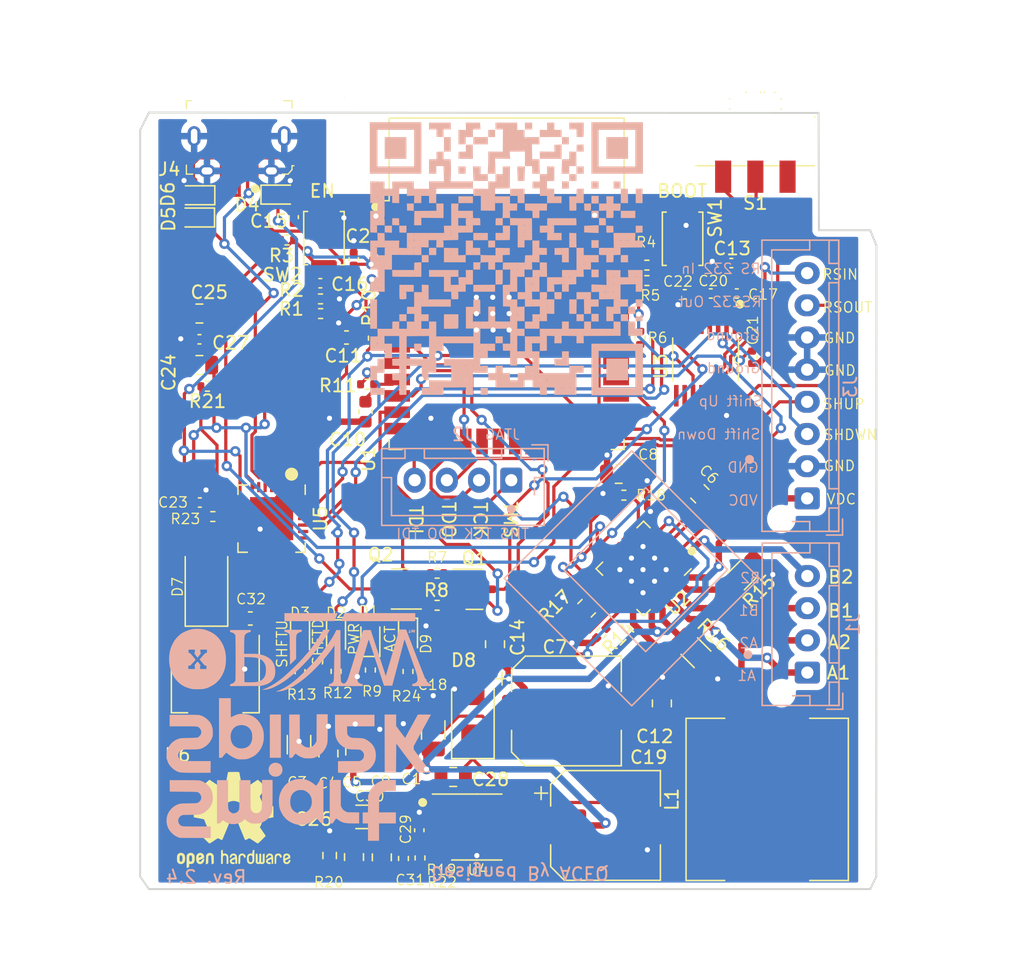
<source format=kicad_pcb>
(kicad_pcb (version 20211014) (generator pcbnew)
  (title_block (title "SmartSPin2k PCB") (date "2022-03-13") (rev "2.35") (company "GitHub") (comment 1 "Designer: Alex Quilty") (comment 2 "Owner: Anthony Doud"))
  (layers (0 "F.Cu" signal) (31 "B.Cu" signal) (34 "B.Paste" user) (35 "F.Paste" user) (36 "B.SilkS" user "B.Silkscreen") (37 "F.SilkS" user "F.Silkscreen") (38 "B.Mask" user) (39 "F.Mask" user) (44 "Edge.Cuts" user))
  (net 0 "")
  (net 1 "GND")
  (net 2 "/VDC")
  (net 3 "Net-(C10-Pad1)")
  (net 4 "/3V3")
  (net 5 "Net-(C14-Pad2)")
  (net 6 "Net-(D2-Pad2)")
  (net 7 "Net-(C17-Pad1)")
  (net 8 "Net-(C17-Pad2)")
  (net 9 "Net-(D3-Pad2)")
  (net 10 "Net-(C6-Pad2)")
  (net 11 "Net-(C6-Pad1)")
  (net 12 "/5V")
  (net 13 "/VBUS")
  (net 14 "/ShiftDown")
  (net 15 "/ShiftUp")
  (net 16 "/A1")
  (net 17 "/A2")
  (net 18 "/B1")
  (net 19 "/B2")
  (net 20 "/RS232OUT1")
  (net 21 "/RS232IN1")
  (net 22 "Net-(C11-Pad1)")
  (net 23 "/D+")
  (net 24 "/D-")
  (net 25 "/IO0_BOOT")
  (net 26 "/DTR")
  (net 27 "/EN")
  (net 28 "/RTS")
  (net 29 "/TMCUART2")
  (net 30 "/TMCUART1")
  (net 31 "/TXD0")
  (net 32 "/RXD0")
  (net 33 "Net-(C20-Pad2)")
  (net 34 "/DriverDIR")
  (net 35 "/DriverSTEP")
  (net 36 "Net-(C21-Pad1)")
  (net 37 "Net-(C26-Pad1)")
  (net 38 "Net-(C28-Pad2)")
  (net 39 "Net-(C28-Pad1)")
  (net 41 "/DriverEN")
  (net 42 "Net-(C29-Pad1)")
  (net 43 "Net-(D1-Pad2)")
  (net 44 "Net-(D1-Pad1)")
  (net 45 "Net-(D9-Pad2)")
  (net 46 "Net-(J2-Pad4)")
  (net 48 "Net-(J2-Pad3)")
  (net 49 "Net-(J2-Pad2)")
  (net 50 "Net-(J2-Pad1)")
  (net 52 "Net-(R1-Pad2)")
  (net 53 "Net-(R4-Pad1)")
  (net 54 "Net-(R5-Pad1)")
  (net 55 "Net-(R17-Pad1)")
  (net 56 "/T1IN")
  (net 57 "/R1OUT")
  (net 58 "Net-(R21-Pad2)")
  (net 59 "Net-(R23-Pad2)")
  (net 68 "/REG_5V")
  (net 69 "Net-(C22-Pad1)")
  (net 82 "Net-(C20-Pad1)")
  (net 99 "Net-(R14-Pad2)")
  (net 103 "/BRA")
  (net 104 "/BRB")
  (net 108 "Net-(Q1-Pad1)")
  (net 109 "Net-(Q2-Pad1)")
  (net 111 "Net-(S1-Pad3)")
  (footprint "Capacitor_SMD:C_0805_2012Metric" (layer "F.Cu") (at 164.7698 118.2624 -45)
    (fp_text reference "C6")
    (fp_text value "22nF(50V)")
  )
  (footprint "Resistor_SMD:R_0402_1005Metric" (layer "F.Cu") (at 160.14 106.15 90)
    (fp_text reference "R6")
    (fp_text value "1k")
  )
  (footprint "Capacitor_SMD:CP_Elec_8x10" (layer "F.Cu") (at 154.4125 135.13)
    (fp_text reference "C7")
    (fp_text value "100uF(50V)")
  )
  (footprint "LED_SMD:LED_0603_1608Metric" (layer "F.Cu") (at 133.731 129.5654 -90)
    (fp_text reference "D3")
    (fp_text value "LED_Small")
  )
  (footprint "Resistor_SMD:R_0402_1005Metric" (layer "F.Cu") (at 143.045 146.5487 90)
    (fp_text reference "R19")
    (fp_text value "549")
  )
  (footprint "Capacitor_SMD:C_0603_1608Metric" (layer "F.Cu") (at 129.87 127.95 180)
    (fp_text reference "C32")
    (fp_text value "10uF")
  )
  (footprint "Package_TO_SOT_SMD:SOT-223-3_TabPin2" (layer "F.Cu") (at 127.15 133.36 -90)
    (fp_text reference "U6")
    (fp_text value "LM1117-3.3")
  )
  (footprint "Capacitor_SMD:C_0805_2012Metric" (layer "F.Cu") (at 141.75 138.21 90)
    (fp_text reference "C1")
    (fp_text value "10uF(50V)")
  )
  (footprint "Package_SO:SOIC-8-1EP_3.9x4.9mm_P1.27mm_EP2.514x3.2mm" (layer "F.Cu") (at 147.457 144.1481)
    (fp_text reference "U4")
    (fp_text value "TPS5430DDA")
  )
  (footprint "Button_Switch_SMD:SW_Push_SPST_NO_Alps_SKRK" (layer "F.Cu") (at 135.586 98.4022 -90)
    (fp_text reference "SW2")
    (fp_text value "SW_Push")
  )
  (footprint "Button_Switch_SMD:SW_SPDT_CK-JS102011SAQN" (layer "F.Cu") (at 169.08 90.88 180)
    (fp_text reference "S1")
    (fp_text value "EG1218")
  )
  (footprint "Diode_SMD:D_0603_1608Metric" (layer "F.Cu") (at 125.603 96.7994 180)
    (fp_text reference "D5")
    (fp_text value "D_TVS")
  )
  (footprint "Capacitor_SMD:C_0402_1005Metric" (layer "F.Cu") (at 137.8966 100.0252 90)
    (fp_text reference "C2")
    (fp_text value "0.1uF(10%)")
  )
  (footprint "Diode_SMD:D_0603_1608Metric" (layer "F.Cu") (at 132.1816 95.0214)
    (fp_text reference "D4")
    (fp_text value "D_TVS")
  )
  (footprint "Package_TO_SOT_SMD:SOT-23" (layer "F.Cu") (at 141.4692 125.6542 180)
    (fp_text reference "Q2")
    (fp_text value "S8050")
  )
  (footprint "Capacitor_SMD:C_1206_3216Metric" (layer "F.Cu") (at 144.07 136.61 90)
    (fp_text reference "C18")
    (fp_text value "4.7uF(50V)")
  )
  (footprint "Capacitor_SMD:C_1206_3216Metric" (layer "F.Cu") (at 133.65 137.75 90)
    (fp_text reference "C3")
    (fp_text value "10uF(50V)")
  )
  (footprint "Resistor_SMD:R_0402_1005Metric" (layer "F.Cu") (at 132.72 98.55)
    (fp_text reference "R3")
    (fp_text value "10k")
  )
  (footprint "Capacitor_SMD:C_0402_1005Metric" (layer "F.Cu") (at 165.62 102.7017)
    (fp_text reference "C20")
    (fp_text value "0.1uF")
  )
  (footprint "Resistor_SMD:R_0402_1005Metric" (layer "F.Cu") (at 160.66 100.5)
    (fp_text reference "R4")
    (fp_text value "0(5%)")
  )
  (footprint "Resistor_SMD:R_0805_2012Metric" (layer "F.Cu") (at 155.9814 127.1524 -135)
    (fp_text reference "R17")
    (fp_text value "20k")
  )
  (footprint "Package_DFN_QFN:QFN-28-1EP_5x5mm_P0.5mm_EP3.75x3.75mm" (layer "F.Cu") (at 160.401 124.079 -135)
    (fp_text reference "U2")
    (fp_text value "TMC2209-LA-T")
  )
  (footprint "Capacitor_SMD:C_0805_2012Metric" (layer "F.Cu") (at 145.62 140.26)
    (fp_text reference "C28")
    (fp_text value "0.01uF")
  )
  (footprint "Capacitor_SMD:CP_Elec_8x10" (layer "F.Cu") (at 157.4475 144.025)
    (fp_text reference "C19")
    (fp_text value "100uF(50V)")
  )
  (footprint "Diode_SMD:D_0603_1608Metric" (layer "F.Cu") (at 125.6284 95.0722 180)
    (fp_text reference "D6")
    (fp_text value "D_TVS")
  )
  (footprint "Capacitor_SMD:C_0805_2012Metric" (layer "F.Cu") (at 148.8694 129.9464 90)
    (fp_text reference "C14")
    (fp_text value "100nF(50V)")
  )
  (footprint "Capacitor_SMD:C_0402_1005Metric" (layer "F.Cu") (at 167.64 102.7017)
    (fp_text reference "C17")
    (fp_text value "0.1uF")
  )
  (footprint "Resistor_SMD:R_0402_1005Metric" (layer "F.Cu") (at 135.33 104.264)
    (fp_text reference "R1")
    (fp_text value "0(5%)")
  )
  (footprint "Capacitor_SMD:C_0805_2012Metric" (layer "F.Cu") (at 161.8234 134.5438 90)
    (fp_text reference "C12")
    (fp_text value "100nF(10V)")
  )
  (footprint "Capacitor_SMD:C_0402_1005Metric" (layer "F.Cu") (at 125.95 118.94)
    (fp_text reference "C23")
    (fp_text value "0.1uF")
  )
  (footprint "Capacitor_SMD:C_0402_1005Metric" (layer "F.Cu") (at 168.8275 107.6557 -90)
    (fp_text reference "C21")
    (fp_text value "0.1uF")
  )
  (footprint "LED_SMD:LED_0603_1608Metric" (layer "F.Cu") (at 139.192 129.413 90)
    (fp_text reference "D1")
    (fp_text value "LED_Small")
  )
  (footprint "Resistor_SMD:R_0402_1005Metric" (layer "F.Cu") (at 157.1244 129.0828 45)
    (fp_text reference "R14")
    (fp_text value "100k")
  )
  (footprint "digikey-footprints:USB_Micro_B_Female_10118194-0001LF" (layer "F.Cu") (at 129.0066 93.18 180)
    (fp_text reference "J4")
    (fp_text value "10118194-0001LF")
  )
  (footprint "Resistor_SMD:R_0402_1005Metric" (layer "F.Cu") (at 139.192 131.953 90)
    (fp_text reference "R9")
    (fp_text value "330")
  )
  (footprint "Resistor_SMD:R_0402_1005Metric" (layer "F.Cu") (at 126.96 120.03)
    (fp_text reference "R23")
    (fp_text value "10k")
  )
  (footprint "Resistor_SMD:R_0603_1608Metric" (layer "F.Cu") (at 136.03 146.36 90)
    (fp_text reference "R20")
    (fp_text value "5.9k")
  )
  (footprint "Capacitor_SMD:C_0805_2012Metric" (layer "F.Cu") (at 158.4706 116.713 180)
    (fp_text reference "C8")
    (fp_text value "4.7uF(6V3)")
  )
  (footprint "Capacitor_SMD:C_0805_2012Metric" (layer "F.Cu") (at 138.0162 138.2862 90)
    (fp_text reference "C5")
    (fp_text value "100nF(50V)")
  )
  (footprint "Resistor_SMD:R_0402_1005Metric" (layer "F.Cu") (at 141.76 146.59 90)
    (fp_text reference "R22")
    (fp_text value "10k")
  )
  (footprint "Resistor_SMD:R_0402_1005Metric" (layer "F.Cu") (at 126.54 109.91 180)
    (fp_text reference "R21")
    (fp_text value "4.7k")
  )
  (footprint "Resistor_SMD:R_0402_1005Metric" (layer "F.Cu") (at 136.525 132.0546 -90)
    (fp_text reference "R12")
    (fp_text value "330")
  )
  (footprint "Capacitor_SMD:C_0402_1005Metric" (layer "F.Cu") (at 133.2387 96.7696 90)
    (fp_text reference "C15")
    (fp_text value "0.1uF(10%)")
  )
  (footprint "Capacitor_SMD:C_0402_1005Metric" (layer "F.Cu") (at 142.99 144.4 90)
    (fp_text reference "C29")
    (fp_text value "0.1uF")
  )
  (footprint "RF_Module:ESP32-WROOM-32" (layer "F.Cu") (at 149.768 104.941)
    (fp_text reference "U1")
    (fp_text value "ESP32-WROOM-32D")
  )
  (footprint "Resistor_SMD:R_0402_1005Metric" (layer "F.Cu") (at 133.731 132.08 90)
    (fp_text reference "R13")
    (fp_text value "330")
  )
  (footprint "Capacitor_SMD:C_0402_1005Metric" (layer "F.Cu") (at 125.92 106.26 180)
    (fp_text reference "C27")
    (fp_text value "0.1uF")
  )
  (footprint "Diode_SMD:D_SMA" (layer "F.Cu") (at 126.4666 125.1458 90)
    (fp_text reference "D7")
    (fp_text value "D_Schottky")
  )
  (footprint "LED_SMD:LED_0603_1608Metric" (layer "F.Cu") (at 136.525 129.54 -90)
    (fp_text reference "D2")
    (fp_text value "LED_Small")
  )
  (footprint "Diode_SMD:D_SMA" (layer "F.Cu") (at 147.15 135.43 90)
    (fp_text reference "D8")
    (fp_text value "D_Schottky")
  )
  (footprint "Symbol:OSHW-Logo2_9.8x8mm_SilkScreen" (layer "F.Cu") (at 128.5748 143.5862)
    (fp_text reference "REF**" hide)
    (fp_text value "OSHW-Logo2_9.8x8mm_SilkScreen" hide)
  )
  (footprint "Capacitor_SMD:C_0402_1005Metric" (layer "F.Cu") (at 163.601 102.7657 180)
    (fp_text reference "C22")
    (fp_text value "0.1uF")
  )
  (footprint "Resistor_SMD:R_0402_1005Metric" (layer "F.Cu") (at 160.66 101.7)
    (fp_text reference "R5")
    (fp_text value "0(5%)")
  )
  (footprint "Package_TO_SOT_SMD:SOT-23" (layer "F.Cu") (at 147.2692 125.6792)
    (fp_text reference "Q1")
    (fp_text value "S8050")
  )
  (footprint "Capacitor_SMD:C_0603_1608Metric" (layer "F.Cu") (at 139.9212 138.464 90)
    (fp_text reference "C9")
    (fp_text value "1uF(50V)")
  )
  (footprint "LED_SMD:LED_0603_1608Metric" (layer "F.Cu") (at 142.113 129.413 -90)
    (fp_text reference "D9")
    (fp_text value "LED_Small")
  )
  (footprint "Capacitor_SMD:C_0603_1608Metric" (layer "F.Cu") (at 137.3378 106.1212 180)
    (fp_text reference "C11")
    (fp_text value "1uF")
  )
  (footprint "Capacitor_SMD:C_0805_2012Metric" (layer "F.Cu") (at 135.9334 138.4386 90)
    (fp_text reference "C4")
    (fp_text value "100nF(50V)")
  )
  (footprint "Resistor_SMD:R_0402_1005Metric" (layer "F.Cu") (at 158.8704 118.37 180)
    (fp_text reference "R18")
    (fp_text value "22k")
  )
  (footprint "Capacitor_SMD:C_0402_1005Metric" (layer "F.Cu") (at 135.3058 101.9048)
    (fp_text reference "C16")
    (fp_text value "2.2uF")
  )
  (footprint "MAX3232:MAX3232IPWR" (layer "F.Cu") (at 165.2175 107.8257 -90)
    (fp_text reference "U3")
    (fp_text value "MAX3232")
  )
  (footprint "Resistor_SMD:R_0402_1005Metric" (layer "F.Cu") (at 138.938 109.7534 180)
    (fp_text reference "R11")
    (fp_text value "200")
  )
  (footprint "Capacitor_SMD:C_1206_3216Metric" (layer "F.Cu") (at 138.78 143.36 180)
    (fp_text reference "C30")
    (fp_text value "100uF")
  )
  (footprint "Capacitor_SMD:C_0805_2012Metric" (layer "F.Cu") (at 140.08 146.5 90)
    (fp_text reference "C31")
    (fp_text value "1.5nF")
  )
  (footprint "Resistor_SMD:R_1206_3216Metric" (layer "F.Cu") (at 164.465 130.6068 135)
    (fp_text reference "R16")
    (fp_text value "80m")
  )
  (footprint "Capacitor_SMD:C_0805_2012Metric" (layer "F.Cu") (at 125.92 104.26 180)
    (fp_text reference "C25")
    (fp_text value "1.0uF")
  )
  (footprint "Capacitor_SMD:C_0603_1608Metric" (layer "F.Cu") (at 138.811 111.887 -90)
    (fp_text reference "C10")
    (fp_text value "1uF")
  )
  (footprint "Package_DFN_QFN:QFN-28-1EP_5x5mm_P0.5mm_EP3.35x3.35mm" (layer "F.Cu") (at 131.5212 120.1928 -90)
    (fp_text reference "U5")
    (fp_text value "INTERFACE-CP2102-GMR(QFN28)")
  )
  (footprint "Resistor_SMD:R_0402_1005Metric" (layer "F.Cu") (at 139.4206 106.172 -90)
    (fp_text reference "R10")
    (fp_text value "200")
  )
  (footprint "Capacitor_SMD:C_0805_2012Metric" (layer "F.Cu") (at 137.92 146.48 90)
    (fp_text reference "C26")
    (fp_text value "150pF")
  )
  (footprint "Resistor_SMD:R_0402_1005Metric" (layer "F.Cu") (at 135.3196 103.1228 180)
    (fp_text reference "R2")
    (fp_text value "1M")
  )
  (footprint "Resistor_SMD:R_0402_1005Metric" (layer "F.Cu") (at 144.3736 126.9238 180)
    (fp_text reference "R8")
    (fp_text value "10k")
  )
  (footprint "Resistor_SMD:R_0402_1005Metric" (layer "F.Cu") (at 144.3736 124.4346 180)
    (fp_text reference "R7")
    (fp_text value "10k")
  )
  (footprint "Resistor_SMD:R_0402_1005Metric" (layer "F.Cu") (at 142.113 132.063 -90)
    (fp_text reference "R24")
    (fp_text value "330")
  )
  (footprint "Button_Switch_SMD:SW_Push_SPST_NO_Alps_SKRK" (layer "F.Cu") (at 163.43 98.45 90)
    (fp_text reference "SW1")
    (fp_text value "SW_Push")
  )
  (footprint "Inductor_SMD:L_12x12mm_H8mm" (layer "F.Cu") (at 170 142 90)
    (fp_text reference "L1")
    (fp_text value "L_Iron")
  )
  (footprint "Capacitor_SMD:C_0805_2012Metric" (layer "F.Cu") (at 125.92 108.26)
    (fp_text reference "C24")
    (fp_text value "4.7uF")
  )
  (footprint "Resistor_SMD:R_1206_3216Metric" (layer "F.Cu") (at 168.0972 124.5616 -135)
    (fp_text reference "R15")
    (fp_text value "80m")
  )
  (footprint "Capacitor_SMD:C_0402_1005Metric" (layer "F.Cu") (at 167.22 100.34 180)
    (fp_text reference "C13")
    (fp_text value "0.1uF(10%)")
  )
  (footprint "IEEE_Logo:SS2K_QR_Code_25x25mm" (layer "B.Cu") (at 149.6568 99.9998 180)
    (fp_text reference "G***")
    (fp_text value "LOGO" hide)
  )
  (footprint "Connector_JST:JST_XH_B4B-XH-AM_1x04_P2.50mm_Vertical" (layer "B.Cu") (at 173.118 132.147 90)
    (fp_text reference "J1")
    (fp_text value "B4B-XH-AMLFSN")
  )
  (footprint "Connector_JST:JST_XH_B8B-XH-AM_1x08_P2.50mm_Vertical" (layer "B.Cu") (at 173.101 118.618 90)
    (fp_text reference "J3")
    (fp_text value "B8B-XH-A_LFSN")
  )
  (footprint "Connector_JST:JST_XH_B4B-XH-AM_1x04_P2.50mm_Vertical" (layer "B.Cu") (at 150.13 117.205 180)
    (fp_text reference "J2")
    (fp_text value "B4B-XH-AMLFSN")
  )
  (footprint "IEEE_Logo:SmartSpin_ScreenPrint_One_25x25mm" (layer "B.Cu") (at 133.5532 136.6774)
    (fp_text reference "G***")
    (fp_text value "LOGO" hide)
  )
  (gr_circle (center 168.5036 130.7592) (end 168.789607 130.7592) (layer "B.SilkS") (width 0.12) (fill solid))
  (gr_circle (center 150.1394 119.4562) (end 150.425407 119.4562) (layer "B.SilkS") (width 0.12) (fill solid))
  (gr_poly (pts (xy 154.201919 124.156241) (xy 160.56588 117.79228) (xy 166.929841 124.156241) (xy 160.56588 130.520202)) (layer "B.SilkS") (width 0.12) (fill none))
  (gr_circle (center 168.63 115.59) (end 168.916007 115.59) (layer "B.SilkS") (width 0.12) (fill solid))
  (gr_poly (pts (xy 149.584205 124.831595) (xy 159.4837 114.9321) (xy 169.383195 124.831595) (xy 159.4837 134.73109)) (layer "B.SilkS") (width 0.12) (fill none))
  (gr_circle (center 130.2512 94.5642) (end 130.537207 94.5642) (layer "F.SilkS") (width 0.12) (fill solid))
  (gr_circle (center 164.1602 122.7074) (end 164.446207 122.7074) (layer "F.SilkS") (width 0.12) (fill solid))
  (gr_circle (center 133.0706 116.7384) (end 133.070601 116.7384) (layer "F.SilkS") (width 0.508) (fill none))
  (gr_circle (center 139.646 96.305) (end 139.646 96.305) (layer "F.SilkS") (width 0.12) (fill none))
  (gr_circle (center 143.25 142.24) (end 143.536007 142.24) (layer "F.SilkS") (width 0.12) (fill solid))
  (gr_circle (center 139.5984 95.9612) (end 139.884407 95.9612) (layer "F.SilkS") (width 0.12) (fill solid))
  (gr_circle (center 167.88 103.53) (end 168.166007 103.53) (layer "F.SilkS") (width 0.12) (fill solid))
  (gr_line (start 122 148.97) (end 178 148.97) (layer "Edge.Cuts") (width 0.15))
  (gr_line (start 122 88.645) (end 121.32 90) (layer "Edge.Cuts") (width 0.15))
  (gr_line (start 174.0154 97.789825) (end 173.988 88.678288) (layer "Edge.Cuts") (width 0.15))
  (gr_line (start 173.988 88.678288) (end 122 88.645) (layer "Edge.Cuts") (width 0.15))
  (gr_line (start 121.32 90) (end 121.32 148) (layer "Edge.Cuts") (width 0.15))
  (gr_line (start 174.0154 97.789825) (end 178 97.79) (layer "Edge.Cuts") (width 0.15))
  (gr_line (start 121.32 148) (end 122 148.97) (layer "Edge.Cuts") (width 0.15))
  (gr_line (start 178.47 148) (end 178 148.97) (layer "Edge.Cuts") (width 0.15))
  (gr_line (start 178.4826 99) (end 178 97.79) (layer "Edge.Cuts") (width 0.15))
  (gr_line (start 178.4826 99) (end 178.47 148) (layer "Edge.Cuts") (width 0.15))
  (gr_text "B1" (at 168.57 127.33) (layer "B.SilkS") (effects (font (size 0.8 0.8) (thickness 0.1)) (justify mirror)))
  (gr_text "A1" (at 168.4 132.39) (layer "B.SilkS") (effects (font (size 0.8 0.8) (thickness 0.1)) (justify mirror)))
  (gr_text "VDC" (at 168.13 118.78) (layer "B.SilkS") (effects (font (size 0.8 0.8) (thickness 0.1)) (justify mirror)))
  (gr_text "Ground\n" (at 167.36 105.922856) (layer "B.SilkS") (effects (font (size 0.8 0.8) (thickness 0.1)) (justify mirror)))
  (gr_text "TDO" (at 144.710634 121.37) (layer "B.SilkS") (effects (font (size 0.8 0.8) (thickness 0.1)) (justify mirror)))
  (gr_text "RS 232 In" (at 166.4 100.78) (layer "B.SilkS") (effects (font (size 0.8 0.8) (thickness 0.1)) (justify mirror)))
  (gr_text "B2" (at 168.68 124.8) (layer "B.SilkS") (effects (font (size 0.8 0.8) (thickness 0.1)) (justify mirror)))
  (gr_text "Ground" (at 167.41 108.494284) (layer "B.SilkS") (effects (font (size 0.8 0.8) (thickness 0.1)) (justify mirror)))
  (gr_text "TCK" (at 147.530793 121.37) (layer "B.SilkS") (effects (font (size 0.8 0.8) (thickness 0.1)) (justify mirror)))
  (gr_text "TMS" (at 150.37 121.37) (layer "B.SilkS") (effects (font (size 0.8 0.8) (thickness 0.1)) (justify mirror)))
  (gr_text "Shift Down" (at 166.23 113.63714) (layer "B.SilkS") (effects (font (size 0.8 0.8) (thickness 0.1)) (justify mirror)))
  (gr_text "A2" (at 168.57 129.86) (layer "B.SilkS") (effects (font (size 0.8 0.8) (thickness 0.1)) (justify mirror)))
  (gr_text "RS232 Out\n" (at 166.33 103.351428) (layer "B.SilkS") (effects (font (size 0.8 0.8) (thickness 0.1)) (justify mirror)))
  (gr_text "JTAG" (at 149.45 113.66) (layer "B.SilkS") (effects (font (size 0.8 0.8) (thickness 0.1)) (justify mirror)))
  (gr_text "TDI" (at 142.1 121.37) (layer "B.SilkS") (effects (font (size 0.8 0.8) (thickness 0.1)) (justify mirror)))
  (gr_text "Designed By ACEQ" (at 150.79 147.72 -180) (layer "B.SilkS") (effects (font (size 1 1)) (justify mirror)))
  (gr_text "Shift Up" (at 167.16 111.065712) (layer "B.SilkS") (effects (font (size 0.8 0.8) (thickness 0.1)) (justify mirror)))
  (gr_text "GND" (at 168.13 116.208568) (layer "B.SilkS") (effects (font (size 0.8 0.8) (thickness 0.1)) (justify mirror)))
  (gr_text "Rev. 2.4" (at 126.4412 148.0312) (layer "B.SilkS") (effects (font (size 1 1)) (justify mirror)))
  (gr_text "TDO" (at 145.26 120.29 270) (layer "F.SilkS") (effects (font (size 1 1))))
  (gr_text "BOOT" (at 163.3982 94.742) (layer "F.SilkS") (effects (font (size 1 1))))
  (gr_text "RSIN" (at 175.656 101.218) (layer "F.SilkS") (effects (font (size 0.8 0.8) (thickness 0.1))))
  (gr_text "A1" (at 175.54 132.17) (layer "F.SilkS") (effects (font (size 1 1))))
  (gr_text "GND" (at 175.606 116.088) (layer "F.SilkS") (effects (font (size 0.8 0.8) (thickness 0.1))))
  (gr_text "SHUP" (at 175.946 111.288) (layer "F.SilkS") (effects (font (size 0.8 0.8) (thickness 0.1))))
  (gr_text "EN" (at 135.4582 94.742) (layer "F.SilkS") (effects (font (size 1 1))))
  (gr_text "TMS" (at 150.05 120.29 270) (layer "F.SilkS") (effects (font (size 1 1))))
  (gr_text "VDC" (at 175.756 118.678) (layer "F.SilkS") (effects (font (size 0.8 0.8) (thickness 0.1))))
  (gr_text "ACT" (at 140.716 129.54 90) (layer "F.SilkS") (effects (font (size 0.8 0.8) (thickness 0.1))))
  (gr_text "B2" (at 175.7172 124.7224) (layer "F.SilkS") (effects (font (size 1 1))))
  (gr_text "TCK" (at 147.71 120.29 270) (layer "F.SilkS") (effects (font (size 1 1))))
  (gr_text "SHFTD" (at 135.128 129.794 90) (layer "F.SilkS") (effects (font (size 0.8 0.8) (thickness 0.1))))
  (gr_text "RSOUT" (at 176.2304 103.778) (layer "F.SilkS") (effects (font (size 0.8 0.8) (thickness 0.1))))
  (gr_text "SHFTU" (at 132.334 129.921 90) (layer "F.SilkS") (effects (font (size 0.8 0.8) (thickness 0.1))))
  (gr_text "PWR" (at 137.922 129.54 90) (layer "F.SilkS") (effects (font (size 0.8 0.8) (thickness 0.1))))
  (gr_text "SHDWN" (at 176.466 113.678) (layer "F.SilkS") (effects (font (size 0.8 0.8) (thickness 0.1))))
  (gr_text "A2" (at 175.6 129.8) (layer "F.SilkS") (effects (font (size 1 1))))
  (gr_text "GND" (at 175.656 108.678) (layer "F.SilkS") (effects (font (size 0.8 0.8) (thickness 0.1))))
  (gr_text "B1" (at 175.7172 127.3524) (layer "F.SilkS") (effects (font (size 1 1))))
  (gr_text "GND" (at 175.626 106.158) (layer "F.SilkS") (effects (font (size 0.8 0.8) (thickness 0.1))))
  (gr_text "TDI" (at 142.71 120.29 270) (layer "F.SilkS") (effects (font (size 1 1))))
  (segment (start 158.561 123.5852) (end 158.020656 123.044856) (width 0.25) (layer "F.Cu") (net 1))
  (segment (start 129.45 130.138) (end 130.645 128.943) (width 0.5) (layer "F.Cu") (net 1))
  (segment (start 166.74 100.34) (end 165.872 100.34) (width 0.5) (layer "F.Cu") (net 1))
  (segment (start 141.75 136.1188) (end 141.75 137.26) (width 0.5) (layer "F.Cu") (net 1))
  (segment (start 157.6625 133.1819) (end 157.6625 135.13) (width 0.5) (layer "F.Cu") (net 1))
  (segment (start 132.0212 118.5933) (end 132.0212 117.7428) (width 0.2502) (layer "F.Cu") (net 1))
  (segment (start 169.425256 123.527456) (end 170.434 124.5362) (width 0.5) (layer "F.Cu") (net 1))
  (segment (start 143.4085 128.6255) (end 143.51 128.524) (width 0.5) (layer "F.Cu") (net 1))
  (segment (start 156.6038 96.6227) (end 156.7546 96.6227) (width 0.5) (layer "F.Cu") (net 1))
  (segment (start 157.5632 116.6704) (end 157.5206 116.713) (width 0.5) (layer "F.Cu") (net 1))
  (segment (start 130.6322 121.0056) (end 132.0212 119.6166) (width 0.5) (layer "F.Cu") (net 1))
  (segment (start 165.4991 131.984) (end 165.4991 131.6409) (width 0.5) (layer "F.Cu") (net 1))
  (segment (start 129.4384 131.8768) (end 129.45 131.8652) (width 0.5) (layer "F.Cu") (net 1))
  (segment (start 132.0212 119.6166) (end 132.0212 118.5933) (width 0.5) (layer "F.Cu") (net 1))
  (segment (start 169.3339 108.1357) (end 170.053 107.4166) (width 0.5) (layer "F.Cu") (net 1))
  (segment (start 161.8742 132.5118) (end 161.8234 132.5626) (width 0.5) (layer "F.Cu") (net 1))
  (segment (start 130.645 128.943) (end 130.645 127.95) (width 0.5) (layer "F.Cu") (net 1))
  (segment (start 168.8275 108.1357) (end 169.3339 108.1357) (width 0.5) (layer "F.Cu") (net 1))
  (segment (start 124.7234 94.9547) (end 124.8409 95.0722) (width 0.5) (layer "F.Cu") (net 1))
  (segment (start 136.1086 96.8248) (end 135.586 96.3022) (width 0.5) (layer "F.Cu") (net 1))
  (segment (start 129.45 130.21) (end 129.45 130.138) (width 0.5) (layer "F.Cu") (net 1))
  (segment (start 138.811 112.662) (end 136.284 112.662) (width 0.5) (layer "F.Cu") (net 1))
  (segment (start 136.5628 106.1212) (end 136.5628 105.1539) (width 0.5) (layer "F.Cu") (net 1))
  (segment (start 126.5066 93.18) (end 127.7063 93.18) (width 0.5) (layer "F.Cu") (net 1))
  (segment (start 126.45 118.96) (end 126.45 120.03) (width 0.5) (layer "F.Cu") (net 1))
  (segment (start 133.65 137.4854) (end 133.65 136.275) (width 0.5) (layer "F.Cu") (net 1))
  (segment (start 155.336165 127.797635) (end 155.336165 127.523165) (width 0.5) (layer "F.Cu") (net 1))
  (segment (start 157.5632 115.249) (end 157.5632 116.6704) (width 0.5) (layer "F.Cu") (net 1))
  (segment (start 124.97 106.26) (end 124.97 106.222) (width 0.5) (layer "F.Cu") (net 1))
  (segment (start 157.5206 116.713) (end 157.5206 117.9678) (width 0.5) (layer "F.Cu") (net 1))
  (segment (start 147.457 144.1481) (end 147.457 144.7831) (width 0.5) (layer "F.Cu") (net 1))
  (segment (start 124.97 106.222) (end 124.97 104.26) (width 0.5) (layer "F.Cu") (net 1))
  (segment (start 139.9212 136.5564) (end 139.9212 137.689) (width 0.5) (layer "F.Cu") (net 1))
  (segment (start 124.97 108.26) (end 124.97 106.26) (width 0.5) (layer "F.Cu") (net 1))
  (segment (start 135.9334 136.3219) (end 135.9334 137.4886) (width 0.5) (layer "F.Cu") (net 1))
  (segment (start 145.7236 133.43) (end 147.15 133.43) (width 0.5) (layer "F.Cu") (net 1))
  (segment (start 126.43 118.94) (end 126.45 118.96) (width 0.5) (layer "F.Cu") (net 1))
  (segment (start 135.8296 103.1228) (end 135.8296 101.9486) (width 0.5) (layer "F.Cu") (net 1))
  (segment (start 136.03 144.4402) (end 136.03 145.535) (width 0.5) (layer "F.Cu") (net 1))
  (segment (start 136.5628 105.1539) (end 136.7282 104.9885) (width 0.5) (layer "F.Cu") (net 1))
  (segment (start 137.305 143.7968) (end 137.305 143.36) (width 0.5) (layer "F.Cu") (net 1))
  (segment (start 142.113 128.6255) (end 143.4085 128.6255) (width 0.5) (layer "F.Cu") (net 1))
  (segment (start 161.2829 123.2839) (end 161.9032 123.2839) (width 0.5) (layer "F.Cu") (net 1))
  (segment (start 124.7234 93.9281) (end 124.7234 94.9547) (width 0.5) (layer "F.Cu") (net 1))
  (segment (start 136.7889 103.1228) (end 135.8296 103.1228) (width 0.5) (layer "F.Cu") (net 1))
  (segment (start 139.6213 96.686) (end 141.268 96.686) (width 0.5) (layer "F.Cu") (net 1))
  (segment (start 126.43 117.9655) (end 126.43 118.94) (width 0.5) (layer "F.Cu") (net 1))
  (segment (start 130.7084 121.0056) (end 130.6322 121.0056) (width 0.5) (layer "F.Cu") (net 1))
  (segment (start 166.8425 112.1785) (end 166.8425 110.6451) (width 0.5) (layer "F.Cu") (net 1))
  (segment (start 147.457 144.7831) (end 147.457 146.3633) (width 0.5) (layer "F.Cu") (net 1))
  (segment (start 144.07 135.135) (end 144.07 133.9451) (width 0.5) (layer "F.Cu") (net 1))
  (segment (start 136.6616 144.4402) (end 137.305 143.7968) (width 0.5) (layer "F.Cu") (net 1))
  (segment (start 139.192 132.463) (end 138.178 132.463) (width 0.5) (layer "F.Cu") (net 1))
  (segment (start 161.256 123.257) (end 161.2829 123.2839) (width 0.5) (layer "F.Cu") (net 1))
  (segment (start 163.43 96.35) (end 163.43 97.136) (width 0.5) (layer "F.Cu") (net 1))
  (segment (start 157.5206 117.9678) (end 157.2514 118.237) (width 0.5) (layer "F.Cu") (net 1))
  (segment (start 155.336165 127.523165) (end 154.1272 126.3142) (width 0.5) (layer "F.Cu") (net 1))
  (segment (start 124.4686 106.222) (end 124.97 106.222) (width 0.5) (layer "F.Cu") (net 1))
  (segment (start 131.5212 120.1928) (end 130.7084 121.0056) (width 0.5) (layer "F.Cu") (net 1))
  (segment (start 137.92 143.975) (end 137.92 145.53) (width 0.5) (layer "F.Cu") (net 1))
  (segment (start 160.6975 145.9171) (end 160.6975 144.025) (width 0.5) (layer "F.Cu") (net 1))
  (segment (start 163.121 102.7657) (end 163.121 103.515598) (width 0.5) (layer "F.Cu") (net 1))
  (segment (start 158.268 96.686) (end 156.8179 96.686) (width 0.5) (layer "F.Cu") (net 1))
  (segment (start 158.561 124.155) (end 158.561 123.5852) (width 0.5) (layer "F.Cu") (net 1))
  (segment (start 160.358 124.155) (end 160.401 124.112) (width 0.5) (layer "F.Cu") (net 1))
  (segment (start 135.8296 101.9486) (end 135.7858 101.9048) (width 0.5) (layer "F.Cu") (net 1))
  (segment (start 136.03 144.4402) (end 136.6616 144.4402) (width 0.5) (layer "F.Cu") (net 1))
  (segment (start 154.8384 129.8448) (end 156.3624 129.8448) (width 0.5) (layer "F.Cu") (net 1))
  (segment (start 127.7063 93.18) (end 127.7066 93.18) (width 0.3998) (layer "F.Cu") (net 1))
  (segment (start 133.2387 96.2896) (end 132.9691 96.02) (width 0.5) (layer "F.Cu") (net 1))
  (segment (start 138.178 132.463) (end 138.176 132.461) (width 0.5) (layer "F.Cu") (net 1))
  (segment (start 132.9691 95.0214) (end 132.9691 93.9371) (width 0.5) (layer "F.Cu") (net 1))
  (segment (start 137.305 143.36) (end 137.92 143.975) (width 0.5) (layer "F.Cu") (net 1))
  (segment (start 161.8234 132.5626) (end 161.8234 133.5938) (width 0.5) (layer "F.Cu") (net 1))
  (segment (start 159.2523 125.2277) (end 158.6597 125.8203) (width 0.2502) (layer "F.Cu") (net 1))
  (segment (start 142.99 143.92) (end 142.99 143.0003) (width 0.5) (layer "F.Cu") (net 1))
  (segment (start 145.7198 133.4262) (end 145.7236 133.43) (width 0.5) (layer "F.Cu") (net 1))
  (segment (start 144.053 112.557) (end 144.053 114.196) (width 0.5) (layer "F.Cu") (net 1))
  (segment (start 129.45 131.8652) (end 129.45 130.21) (width 0.5) (layer "F.Cu") (net 1))
  (segment (start 148.692 104.267) (end 148.768 104.191) (width 0.5) (layer "F.Cu") (net 1))
  (segment (start 132.9691 96.02) (end 132.9691 95.0214) (width 0.5) (layer "F.Cu") (net 1))
  (segment (start 166.1562 132.6411) (end 165.4991 131.984) (width 0.5) (layer "F.Cu") (net 1))
  (segment (start 160.9344 119.634) (end 160.6804 119.38) (width 0.5) (layer "F.Cu") (net 1))
  (segment (start 161.9032 123.2839) (end 162.4958 122.6913) (width 0.2502) (layer "F.Cu") (net 1))
  (segment (start 138.0162 136.1464) (end 138.0162 137.3362) (width 0.5) (layer "F.Cu") (net 1))
  (segment (start 163.43 97.136) (end 163.703 97.409) (width 0.5) (layer "F.Cu") (net 1))
  (segment (start 136.284 112.662) (end 136.017 112.395) (width 0.5) (layer "F.Cu") (net 1))
  (segment (start 163.121 103.515598) (end 163.068 103.568598) (width 0.5) (layer "F.Cu") (net 1))
  (segment (start 156.7546 96.6227) (end 156.8179 96.686) (width 0.5) (layer "F.Cu") (net 1))
  (segment (start 159.427 125.053) (end 159.2523 125.2277) (width 0.5) (layer "F.Cu") (net 1))
  (segment (start 169.131344 123.527456) (end 169.425256 123.527456) (width 0.5) (layer "F.Cu") (net 1))
  (segment (start 133.6548 137.4902) (end 133.65 137.4854) (width 0.5) (layer "F.Cu") (net 1))
  (segment (start 147.457 144.7831) (end 150.0945 144.7831) (width 0.5) (layer "F.Cu") (net 1))
  (segment (start 165.872 100.34) (end 165.735 100.203) (width 0.5) (layer "F.Cu") (net 1))
  (segment (start 160.401 124.112) (end 160.401 124.079) (width 0.5) (layer "F.Cu") (net 1))
  (segment (start 124.8409 96.774) (end 124.8409 95.0722) (width 0.5) (layer "F.Cu") (net 1))
  (segment (start 143.891 112.395) (end 144.053 112.557) (width 0.5) (layer "F.Cu") (net 1))
  (segment (start 159.46 125.053) (end 159.427 125.053) (width 0.5) (layer "F.Cu") (net 1))
  (segment (start 137.1346 96.8248) (end 136.1086 96.8248) (width 0.5) (layer "F.Cu") (net 1))
  (segment (start 124.8155 96.7994) (end 124.8409 96.774) (width 0.5) (layer "F.Cu") (net 1))
  (segment (start 158.020656 123.044856) (end 157.952643 123.044856) (width 0.25) (layer "F.Cu") (net 1))
  (segment (start 160.6804 119.38) (end 160.6804 117.2464) (width 0.5) (layer "F.Cu") (net 1))
  (segment (start 125.44 106.26) (end 124.97 106.26) (width 0.5) (layer "F.Cu") (net 1))
  (segment (start 137.8966 98.6028) (end 137.8966 99.5452) (width 0.5) (layer "F.Cu") (net 1))
  (segment (start 148.768 104.191) (end 148.768 104.186) (width 0.5) (layer "F.Cu") (net 1))
  (segment (start 156.3624 129.8448) (end 156.7638 129.4434) (width 0.5) (layer "F.Cu") (net 1))
  (via (at 149.962 104.267) (size 0.8) (drill 0.4) (layers "F.Cu" "B.Cu") (net 1))
  (via (at 126.43 117.9655) (size 0.8) (drill 0.4) (layers "F.Cu" "B.Cu") (net 1))
  (via (at 165.735 100.203) (size 0.8) (drill 0.4) (layers "F.Cu" "B.Cu") (net 1))
  (via (at 147.422 105.537) (size 0.8) (drill 0.4) (layers "F.Cu" "B.Cu") (net 1))
  (via (at 160.358 122.359) (size 0.8) (drill 0.4) (layers "F.Cu" "B.Cu") (net 1))
  (via (at 157.5632 115.249) (size 0.8) (drill 0.4) (layers "F.Cu" "B.Cu") (net 1))
  (via (at 148.717 105.537) (size 0.8) (drill 0.4) (layers "F.Cu" "B.Cu") (net 1))
  (via (at 137.8966 98.6028) (size 0.8) (drill 0.4) (layers "F.Cu" "B.Cu") (net 1))
  (via (at 157.6625 133.1819) (size 0.8) (drill 0.4) (layers "F.Cu" "B.Cu") (net 1))
  (via (at 161.8742 132.5118) (size 0.8) (drill 0.4) (layers "F.Cu" "B.Cu") (net 1))
  (via (at 160.9344 119.634) (size 0.8) (drill 0.4) (layers "F.Cu" "B.Cu") (net 1))
  (via (at 147.422 102.997) (size 0.8) (drill 0.4) (layers "F.Cu" "B.Cu") (net 1))
  (via (at 160.358 124.155) (size 0.8) (drill 0.4) (layers "F.Cu" "B.Cu") (net 1))
  (via (at 170.434 124.5362) (size 0.8) (drill 0.4) (layers "F.Cu" "B.Cu") (net 1))
  (via (at 160.358 125.951) (size 0.8) (drill 0.4) (layers "F.Cu" "B.Cu") (net 1))
  (via (at 143.891 112.395) (size 0.8) (drill 0.4) (layers "F.Cu" "B.Cu") (net 1))
  (via (at 148.692 102.997) (size 0.8) (drill 0.4) (layers "F.Cu" "B.Cu") (net 1))
  (via (at 139.6213 96.686) (size 0.8) (drill 0.4) (layers "F.Cu" "B.Cu") (net 1))
  (via (at 135.9334 136.3219) (size 0.8) (drill 0.4) (layers "F.Cu" "B.Cu") (net 1))
  (via (at 124.7234 93.9281) (size 0.8) (drill 0.4) (layers "F.Cu" "B.Cu") (net 1))
  (via (at 159.46 123.257) (size 0.8) (drill 0.4) (layers "F.Cu" "B.Cu") (net 1))
  (via (at 132.9691 93.9371) (size 0.8) (drill 0.4) (layers "F.Cu" "B.Cu") (net 1))
  (via (at 161.256 123.257) (size 0.8) (drill 0.4) (layers "F.Cu" "B.Cu") (net 1))
  (via (at 158.561 124.155) (size 0.8) (drill 0.4) (layers "F.Cu" "B.Cu") (net 1))
  (via (at 162.154 124.155) (size 0.8) (drill 0.4) (layers "F.Cu" "B.Cu") (net 1))
  (via (at 159.46 125.053) (size 0.8) (drill 0.4) (layers "F.Cu" "B.Cu") (net 1))
  (via (at 166.8425 112.1785) (size 0.8) (drill 0.4) (layers "F.Cu" "B.Cu") (net 1))
  (via (at 144.07 133.9451) (size 0.8) (drill 0.4) (layers "F.Cu" "B.Cu") (net 1))
  (via (at 157.2514 118.237) (size 0.8) (drill 0.4) (layers "F.Cu" "B.Cu") (net 1))
  (via (at 129.4384 131.8768) (size 0.8) (drill 0.4) (layers "F.Cu" "B.Cu") (net 1))
  (via (at 163.068 103.568598) (size 0.8) (drill 0.4) (layers "F.Cu" "B.Cu") (net 1))
  (via (at 124.4686 106.222) (size 0.8) (drill 0.4) (layers "F.Cu" "B.Cu") (net 1))
  (via (at 143.51 128.524) (size 0.8) (drill 0.4) (layers "F.Cu" "B.Cu") (net 1))
  (via (at 149.962 102.997) (size 0.8) (drill 0.4) (layers "F.Cu" "B.Cu") (net 1))
  (via (at 138.176 132.461) (size 0.8) (drill 0.4) (layers "F.Cu" "B.Cu") (net 1))
  (via (at 138.0162 136.1464) (size 0.8) (drill 0.4) (layers "F.Cu" "B.Cu") (net 1))
  (via (at 156.6038 96.6227) (size 0.8) (drill 0.4) (layers "F.Cu" "B.Cu") (net 1))
  (via (at 136.017 112.395) (size 0.8) (drill 0.4) (layers "F.Cu" "B.Cu") (net 1))
  (via (at 160.6804 117.2464) (size 0.8) (drill 0.4) (layers "F.Cu" "B.Cu") (net 1))
  (via (at 163.703 97.409) (size 0.8) (drill 0.4) (layers "F.Cu" "B.Cu") (net 1))
  (via (at 139.9212 136.5564) (size 0.8) (drill 0.4) (layers "F.Cu" "B.Cu") (net 1))
  (via (at 166.1562 132.6411) (size 0.8) (drill 0.4) (layers "F.Cu" "B.Cu") (net 1))
  (via (at 148.692 104.267) (size 0.8) (drill 0.4) (layers "F.Cu" "B.Cu") (net 1))
  (via (at 161.256 125.053) (size 0.8) (drill 0.4) (layers "F.Cu" "B.Cu") (net 1))
  (via (at 149.962 105.537) (size 0.8) (drill 0.4) (layers "F.Cu" "B.Cu") (net 1))
  (via (at 147.422 104.267) (size 0.8) (drill 0.4) (layers "F.Cu" "B.Cu") (net 1))
  (via (at 154.1272 126.3142) (size 0.8) (drill 0.4) (layers "F.Cu" "B.Cu") (net 1))
  (via (at 136.03 144.4402) (size 0.8) (drill 0.4) (layers "F.Cu" "B.Cu") (net 1))
  (via (at 130.6322 121.0056) (size 0.8) (drill 0.4) (layers "F.Cu" "B.Cu") (net 1))
  (via (at 141.75 136.1188) (size 0.8) (drill 0.4) (layers "F.Cu" "B.Cu") (net 1))
  (via (at 142.99 143.0003) (size 0.8) (drill 0.4) (layers "F.Cu" "B.Cu") (net 1))
  (via (at 154.8384 129.8448) (size 0.8) (drill 0.4) (layers "F.Cu" "B.Cu") (net 1))
  (via (at 160.6975 145.9171) (size 0.8) (drill 0.4) (layers "F.Cu" "B.Cu") (net 1))
  (via (at 136.7889 103.1228) (size 0.8) (drill 0.4) (layers "F.Cu" "B.Cu") (net 1))
  (via (at 170.053 107.4166) (size 0.8) (drill 0.4) (layers "F.Cu" "B.Cu") (net 1))
  (via (at 136.7282 104.9885) (size 0.8) (drill 0.4) (layers "F.Cu" "B.Cu") (net 1))
  (via (at 133.6548 137.4902) (size 0.8) (drill 0.4) (layers "F.Cu" "B.Cu") (net 1))
  (via (at 137.1346 96.8248) (size 0.8) (drill 0.4) (layers "F.Cu" "B.Cu") (net 1))
  (via (at 145.7198 133.4262) (size 0.8) (drill 0.4) (layers "F.Cu" "B.Cu") (net 1))
  (via (at 147.457 146.3633) (size 0.8) (drill 0.4) (layers "F.Cu" "B.Cu") (net 1))
  (segment (start 160.358 122.359) (end 160.358 120.2104) (width 0.5) (layer "B.Cu") (net 1))
  (segment (start 160.358 120.2104) (end 160.9344 119.634) (width 0.5) (layer "B.Cu") (net 1))
  (segment (start 151.899 144.025) (end 154.1975 144.025) (width 0.5) (layer "F.Cu") (net 2))
  (segment (start 151.1625 133.3825) (end 151.1625 135.13) (width 0.5) (layer "F.Cu") (net 2))
  (segment (start 138.0162 139.2362) (end 138.019 139.239) (width 0.5) (layer "F.Cu") (net 2))
  (segment (start 138.019 139.239) (end 139.9212 139.239) (width 0.5) (layer "F.Cu") (net 2))
  (segment (start 137.8638 139.3886) (end 138.0162 139.2362) (width 0.5) (layer "F.Cu") (net 2))
  (segment (start 150.0945 143.5131) (end 151.3871 143.5131) (width 0.5) (layer "F.Cu") (net 2))
  (segment (start 157.2502 144.025) (end 157.4476 143.8276) (width 0.5) (layer "F.Cu") (net 2))
  (segment (start 135.7698 139.225) (end 135.9334 139.3886) (width 0.5) (layer "F.Cu") (net 2))
  (segment (start 143.5491 138.6059) (end 144.07 138.085) (width 0.5) (layer "F.Cu") (net 2))
  (segment (start 154.1975 144.025) (end 157.2502 144.025) (width 0.5) (layer "F.Cu") (net 2))
  (segment (start 169.717 118.618) (end 173.101 118.618) (width 0.5) (layer "F.Cu") (net 2))
  (segment (start 161.4678 128.9812) (end 161.036 128.5494) (width 0.5) (layer "F.Cu") (net 2))
  (segment (start 150.4182 132.6382) (end 151.1625 133.3825) (width 0.5) (layer "F.Cu") (net 2))
  (segment (start 143.5491 139.6492) (end 143.5491 138.6059) (width 0.5) (layer "F.Cu") (net 2))
  (segment (start 166.243 123.9012) (end 166.243 122.092) (width 0.5) (layer "F.Cu") (net 2))
  (segment (start 141.671 139.239) (end 141.75 139.16) (width 0.5) (layer "F.Cu") (net 2))
  (segment (start 163.3422 124.7596) (end 163.2029 124.7596) (width 0.2502) (layer "F.Cu") (net 2))
  (segment (start 149.9318 132.6382) (end 150.4182 132.6382) (width 0.5) (layer "F.Cu") (net 2))
  (segment (start 166.243 122.092) (end 169.717 118.618) (width 0.5) (layer "F.Cu") (net 2))
  (segment (start 149.9318 131.9588) (end 149.9318 132.6382) (width 0.5) (layer "F.Cu") (net 2))
  (segment (start 148.8694 130.8964) (end 149.9318 131.9588) (width 0.5) (layer "F.Cu") (net 2))
  (segment (start 163.3474 124.7648) (end 163.3422 124.7596) (width 0.2502) (layer "F.Cu") (net 2))
  (segment (start 137.8638 139.3886) (end 137.8638 140.464) (width 0.5) (layer "F.Cu") (net 2))
  (segment (start 166.243 123.9012) (end 165.3794 124.7648) (width 0.5) (layer "F.Cu") (net 2))
  (segment (start 161.036 128.5494) (end 161.036 126.9492) (width 0.5) (layer "F.Cu") (net 2))
  (segment (start 137.8638 140.464) (end 138.0524 140.6526) (width 0.5) (layer "F.Cu") (net 2))
  (segment (start 133.65 139.225) (end 135.7698 139.225) (width 0.5) (layer "F.Cu") (net 2))
  (segment (start 151.3871 143.5131) (end 151.899 144.025) (width 0.5) (layer "F.Cu") (net 2))
  (segment (start 161.036 126.9492) (end 161.036 126.9265) (width 0.2502) (layer "F.Cu") (net 2))
  (segment (start 139.9212 139.239) (end 141.671 139.239) (width 0.5) (layer "F.Cu") (net 2))
  (segment (start 161.036 126.9265) (end 161.0816 126.8809) (width 0.2502) (layer "F.Cu") (net 2))
  (segment (start 135.9334 139.3886) (end 137.8638 139.3886) (width 0.5) (layer "F.Cu") (net 2))
  (segment (start 165.3794 124.7648) (end 163.3474 124.7648) (width 0.5) (layer "F.Cu") (net 2))
  (via (at 161.4678 128.9812) (size 0.8) (drill 0.4) (layers "F.Cu" "B.Cu") (net 2))
  (via (at 138.0524 140.6526) (size 0.8) (drill 0.4) (layers "F.Cu" "B.Cu") (net 2))
  (via (at 149.9318 132.6382) (size 0.8) (drill 0.4) (layers "F.Cu" "B.Cu") (net 2))
  (via (at 157.4476 143.8276) (size 0.8) (drill 0.4) (layers "F.Cu" "B.Cu") (net 2))
  (via (at 166.243 123.9012) (size 0.8) (drill 0.4) (layers "F.Cu" "B.Cu") (net 2))
  (via (at 143.5491 139.6492) (size 0.8) (drill 0.4) (layers "F.Cu" "B.Cu") (net 2))
  (segment (start 161.4678 128.9812) (end 159.8229 128.9812) (width 0.5) (layer "B.Cu") (net 2))
  (segment (start 138.0524 140.6526) (end 141.9174 140.6526) (width 0.5) (layer "B.Cu") (net 2))
  (segment (start 143.2321 139.3379) (end 149.9318 132.6382) (width 0.5) (layer "B.Cu") (net 2))
  (segment (start 143.5491 139.6492) (end 143.5631 139.6632) (width 0.5) (layer "B.Cu") (net 2))
  (segment (start 165.2016 124.9426) (end 165.2016 126.0094) (width 0.5) (layer "B.Cu") (net 2))
  (segment (start 166.243 123.9012) (end 165.2016 124.9426) (width 0.5) (layer "B.Cu") (net 2))
  (segment (start 141.9174 140.6526) (end 143.2321 139.3379) (width 0.5) (layer "B.Cu") (net 2))
  (segment (start 143.5631 139.6632) (end 153.2832 139.6632) (width 0.5) (layer "B.Cu") (net 2))
  (segment (start 153.2832 139.6632) (end 157.4476 143.8276) (width 0.5) (layer "B.Cu") (net 2))
  (segment (start 162.2298 128.9812) (end 161.4678 128.9812) (width 0.5) (layer "B.Cu") (net 2))
  (segment (start 165.2016 126.0094) (end 162.2298 128.9812) (width 0.5) (layer "B.Cu") (net 2))
  (segment (start 159.8229 128.9812) (end 156.1659 132.6382) (width 0.5) (layer "B.Cu") (net 2))
  (segment (start 156.1659 132.6382) (end 149.9318 132.6382) (width 0.5) (layer "B.Cu") (net 2))
  (segment (start 143.5491 139.6492) (end 143.5434 139.6492) (width 0.5) (layer "B.Cu") (net 2))
  (segment (start 143.5434 139.6492) (end 143.2321 139.3379) (width 0.5) (layer "B.Cu") (net 2))
  (segment (start 138.811 111.112) (end 138.811 110.871) (width 0.25) (layer "F.Cu") (net 3))
  (segment (start 139.448 109.7534) (end 140.9006 109.7534) (width 0.25) (layer "F.Cu") (net 3))
  (segment (start 139.448 110.234) (end 139.448 109.7534) (width 0.25) (layer "F.Cu") (net 3))
  (segment (start 140.9006 109.7534) (end 141.268 109.386) (width 0.25) (layer "F.Cu") (net 3))
  (segment (start 138.811 110.871) (end 139.448 110.234) (width 0.25) (layer "F.Cu") (net 3))
  (segment (start 140.261 133.48) (end 136.909 133.48) (width 0.25) (layer "F.Cu") (net 4))
  (segment (start 168.5517 110.6451) (end 169.3418 109.855) (width 0.25) (layer "F.Cu") (net 4))
  (segment (start 147.8788 135.5344) (end 146.0431 135.5344) (width 0.25) (layer "F.Cu") (net 4))
  (segment (start 133.731 133.477) (end 133.734 133.48) (width 0.25) (layer "F.Cu") (net 4))
  (segment (start 131.75 133.48) (end 129.3751 133.48) (width 0.25) (layer "F.Cu") (net 4))
  (segment (start 142.8246 141.8078) (end 142.8246 136.0436) (width 0.25) (layer "F.Cu") (net 4))
  (segment (start 125.4746 118.9354) (end 125.47 118.94) (width 0.25) (layer "F.Cu") (net 4))
  (segment (start 125.4746 113.7079) (end 125.4746 118.9354) (width 0.25) (layer "F.Cu") (net 4))
  (segment (start 134.82 104.264) (end 132.540721 104.264) (width 0.25) (layer "F.Cu") (net 4))
  (segment (start 140.255 145.4625) (end 141.1425 145.4625) (width 0.25) (layer "F.Cu") (net 4))
  (segment (start 136.525 132.5646) (end 136.525 133.477) (width 0.25) (layer "F.Cu") (net 4))
  (segment (start 127.15 130.21) (end 128.2954 130.21) (width 0.25) (layer "F.Cu") (net 4))
  (segment (start 140.08 145.55) (end 140.1675 145.4625) (width 0.25) (layer "F.Cu") (net 4))
  (segment (start 130.9843 112.8522) (end 130.9843 110.8765) (width 0.25) (layer "F.Cu") (net 4))
  (segment (start 142.113 132.573) (end 141.168 132.573) (width 0.25) (layer "F.Cu") (net 4))
  (segment (start 125.4506 92.6084) (end 125.4506 93.6959) (width 0.25) (layer "F.Cu") (net 4))
  (segment (start 134.877 133.48) (end 133.734 133.48) (width 0.25) (layer "F.Cu") (net 4))
  (segment (start 133.731 132.59) (end 133.731 133.477) (width 0.25) (layer "F.Cu") (net 4))
  (segment (start 127.05 108.44) (end 126.87 108.26) (width 0.25) (layer "F.Cu") (net 4))
  (segment (start 126.87 104.26) (end 126.4 104.73) (width 0.25) (layer "F.Cu") (net 4))
  (segment (start 128.2954 132.4003) (end 129.3751 133.48) (width 0.25) (layer "F.Cu") (net 4))
  (segment (start 140.1675 145.4625) (end 140.255 145.4625) (width 0.25) (layer "F.Cu") (net 4))
  (segment (start 130.0212 117.2897) (end 129.5347 116.8032) (width 0.25) (layer "F.Cu") (net 4))
  (segment (start 161.8234 136.1694) (end 160.5026 137.4902) (width 0.25) (layer "F.Cu") (net 4))
  (segment (start 125.627 93.8723) (end 125.627 103.017) (width 0.25) (layer "F.Cu") (net 4))
  (segment (start 126.4 104.73) (end 126.4 106.26) (width 0.25) (layer "F.Cu") (net 4))
  (segment (start 136.525 133.477) (end 136.522 133.48) (width 0.25) (layer "F.Cu") (net 4))
  (segment (start 163.806 136.12) (end 169.7195 136.12) (width 0.25) (layer "F.Cu") (net 4))
  (segment (start 157.0203 120.8024) (end 156.8125 121.0102) (width 0.25) (layer "F.Cu") (net 4))
  (segment (start 125.47 120.0213) (end 126.1243 120.6756) (width 0.25) (layer "F.Cu") (net 4))
  (segment (start 140.255 145.4625) (end 140.255 143.36) (width 0.25) (layer "F.Cu") (net 4))
  (segment (start 130.0212 117.7428) (end 130.5212 117.7428) (width 0.25) (layer "F.Cu") (net 4))
  (segment (start 129.5347 116.8032) (end 129.5347 113.1324) (width 0.25) (layer "F.Cu") (net 4))
  (segment (start 127.05 112.9402) (end 127.2422 113.1324) (width 0.25) (layer "F.Cu") (net 4))
  (segment (start 126.87 108.26) (end 126.4 107.79) (width 0.25) (layer "F.Cu") (net 4))
  (segment (start 141.1425 145.4625) (end 141.76 146.08) (width 0.25) (layer "F.Cu") (net 4))
  (segment (start 132.5002 92.1652) (end 125.8938 92.1652) (width 0.25) (layer "F.Cu") (net 4))
  (segment (start 126.1243 120.6756) (end 126.6254 120.6756) (width 0.25) (layer "F.Cu") (net 4))
  (segment (start 140.255 143.36) (end 141.2724 143.36) (width 0.25) (layer "F.Cu") (net 4))
  (segment (start 132.540721 104.264) (end 130.9843 105.820421) (width 0.25) (layer "F.Cu") (net 4))
  (segment (start 174.625 109.855) (end 176.784 112.014) (width 0.25) (layer "F.Cu") (net 4))
  (segment (start 136.909 133.48) (end 136.522 133.48) (width 0.25) (layer "F.Cu") (net 4))
  (segment (start 142.8246 136.8044) (end 142.8246 136.0436) (width 0.25) (layer "F.Cu") (net 4))
  (segment (start 160.5026 137.4902) (end 149.8346 137.4902) (width 0.25) (layer "F.Cu") (net 4))
  (segment (start 149.8346 137.4902) (end 147.8788 135.5344) (width 0.25) (layer "F.Cu") (net 4))
  (segment (start 135.7628 95.4278) (end 132.5002 92.1652) (width 0.25) (layer "F.Cu") (net 4))
  (segment (start 136.9523 95.4278) (end 135.7628 95.4278) (width 0.25) (layer "F.Cu") (net 4))
  (segment (start 127.05 109.91) (end 127.05 108.44) (width 0.25) (layer "F.Cu") (net 4))
  (segment (start 125.4506 93.6959) (end 125.627 93.8723) (width 0.25) (layer "F.Cu") (net 4))
  (segment (start 141.268 97.956) (end 139.4805 97.956) (width 0.25) (layer "F.Cu") (net 4))
  (segment (start 139.4805 97.956) (end 136.9523 95.4278) (width 0.25) (layer "F.Cu") (net 4))
  (segment (start 142.8246 136.0436) (end 140.261 133.48) (width 0.25) (layer "F.Cu") (net 4))
  (segment (start 126.4 107.79) (end 126.4 106.26) (width 0.25) (layer "F.Cu") (net 4))
  (segment (start 144.7731 136.8044) (end 142.8246 136.8044) (width 0.25) (layer "F.Cu") (net 4))
  (segment (start 156.8125 121.0102) (end 156.8125 123.4512) (width 0.25) (layer "F.Cu") (net 4))
  (segment (start 126.6254 120.6756) (end 131.572 125.6222) (width 0.25) (layer "F.Cu") (net 4))
  (segment (start 167.4925 110.6451) (end 168.5517 110.6451) (width 0.25) (layer "F.Cu") (net 4))
  (segment (start 161.8234 135.4938) (end 163.1798 135.4938) (width 0.25) (layer "F.Cu") (net 4))
  (segment (start 157.0209 124.1814) (end 157.5991 124.7596) (width 0.25) (layer "F.Cu") (net 4))
  (segment (start 132.21 98.55) (end 126.87 103.89) (width 0.25) (layer "F.Cu") (net 4))
  (segment (start 125.8938 92.1652) (end 125.4506 92.6084) (width 0.25) (layer "F.Cu") (net 4))
  (segment (start 125.47 118.94) (end 125.47 120.0213) (width 0.25) (layer "F.Cu") (net 4))
  (segment (start 133.734 133.48) (end 133.347 133.48) (width 0.25) (layer "F.Cu") (net 4))
  (segment (start 174.395 136.12) (end 169.7195 136.12) (width 0.25) (layer "F.Cu") (net 4))
  (segment (start 128.2954 130.21) (end 128.2954 132.4003) (width 0.25) (layer "F.Cu") (net 4))
  (segment (start 127.15 136.51) (end 129.3751 136.51) (width 0.25) (layer "F.Cu") (net 4))
  (segment (start 130.0212 117.7428) (end 130.0212 117.2897) (width 0.25) (layer "F.Cu") (net 4))
  (segment (start 163.1798 135.4938) (end 163.806 136.12) (width 0.25) (layer "F.Cu") (net 4))
  (segment (start 176.784 133.731) (end 174.395 136.12) (width 0.25) (layer "F.Cu") (net 4))
  (segment (start 176.784 112.014) (end 176.784 133.731) (width 0.25) (layer "F.Cu") (net 4))
  (segment (start 126.87 103.89) (end 126.87 104.26) (width 0.25) (layer "F.Cu") (net 4))
  (segment (start 129.3751 133.48) (end 129.3751 136.51) (width 0.25) (layer "F.Cu") (net 4))
  (segment (start 136.522 133.48) (end 134.877 133.48) (width 0.25) (layer "F.Cu") (net 4))
  (segment (start 141.168 132.573) (end 140.261 133.48) (width 0.25) (layer "F.Cu") (net 4))
  (segment (start 156.8125 123.4512) (end 157.0209 123.6596) (width 0.25) (layer "F.Cu") (net 4))
  (segment (start 125.627 103.017) (end 126.87 104.26) (width 0.25) (layer "F.Cu") (net 4))
  (segment (start 141.2724 143.36) (end 142.8246 141.8078) (width 0.25) (layer "F.Cu") (net 4))
  (segment (start 169.3418 109.855) (end 174.625 109.855) (width 0.25) (layer "F.Cu") (net 4))
  (segment (start 133.347 133.48) (end 131.75 133.48) (width 0.25) (layer "F.Cu") (net 4))
  (segment (start 161.8234 135.4938) (end 161.8234 136.1694) (width 0.25) (layer "F.Cu") (net 4))
  (segment (start 157.0209 123.6596) (end 157.0209 124.1814) (width 0.25) (layer "F.Cu") (net 4))
  (segment (start 127.05 109.91) (end 127.05 112.9402) (width 0.25) (layer "F.Cu") (net 4))
  (segment (start 130.9843 105.820421) (end 130.9843 110.8765) (width 0.25) (layer "F.Cu") (net 4))
  (segment (start 131.572 125.6222) (end 131.572 133.48) (width 0.25) (layer "F.Cu") (net 4))
  (segment (start 146.0431 135.5344) (end 144.7731 136.8044) (width 0.25) (layer "F.Cu") (net 4))
  (via (at 130.9843 112.8522) (size 0.8) (drill 0.4) (layers "F.Cu" "B.Cu") (net 4))
  (via (at 125.4746 113.7079) (size 0.8) (drill 0.4) (layers "F.Cu" "B.Cu") (net 4))
  (via (at 129.5347 113.1324) (size 0.8) (drill 0.4) (layers "F.Cu" "B.Cu") (net 4))
  (via (at 157.0203 120.8024) (size 0.8) (drill 0.4) (layers "F.Cu" "B.Cu") (net 4))
  (via (at 127.2422 113.1324) (size 0.8) (drill 0.4) (layers "F.Cu" "B.Cu") (net 4))
  (segment (start 126.0501 113.1324) (end 125.4746 113.7079) (width 0.25) (layer "B.Cu") (net 4))
  (segment (start 129.5347 113.1324) (end 127.2422 113.1324) (width 0.25) (layer "B.Cu") (net 4))
  (segment (start 129.5347 116.8993) (end 129.5347 113.1324) (width 0.25) (layer "B.Cu") (net 4))
  (segment (start 130.7041 113.1324) (end 130.9843 112.8522) (width 0.25) (layer "B.Cu") (net 4))
  (segment (start 155.3947 122.428) (end 135.0634 122.428) (width 0.25) (layer "B.Cu") (net 4))
  (segment (start 135.0634 122.428) (end 129.5347 116.8993) (width 0.25) (layer "B.Cu") (net 4))
  (segment (start 129.5347 113.1324) (end 130.7041 113.1324) (width 0.25) (layer "B.Cu") (net 4))
  (segment (start 127.2422 113.1324) (end 126.0501 113.1324) (width 0.25) (layer "B.Cu") (net 4))
  (segment (start 157.0203 120.8024) (end 155.3947 122.428) (width 0.25) (layer "B.Cu") (net 4))
  (segment (start 150.8506 130.7084) (end 149.1386 128.9964) (width 0.25) (layer "F.Cu") (net 5))
  (segment (start 156.0576 130.6943) (end 156.0435 130.7084) (width 0.25) (layer "F.Cu") (net 5))
  (segment (start 161.7551 121.3106) (end 161.4351 121.6306) (width 0.25) (layer "F.Cu") (net 5))
  (segment (start 162.36725 120.38105) (end 161.7551 120.9932) (width 0.25) (layer "F.Cu") (net 5))
  (segment (start 161.7551 120.9932) (end 161.7551 121.3106) (width 0.25) (layer "F.Cu") (net 5))
  (segment (start 156.0435 130.7084) (end 150.8506 130.7084) (width 0.25) (layer "F.Cu") (net 5))
  (segment (start 149.1386 128.9964) (end 148.8694 128.9964) (width 0.25) (layer "F.Cu") (net 5))
  (via (at 162.36725 120.38105) (size 0.8) (drill 0.4) (layers "F.Cu" "B.Cu") (net 5))
  (via (at 156.0576 130.6943) (size 0.8) (drill 0.4) (layers "F.Cu" "B.Cu") (net 5))
  (segment (start 156.0576 130.6943) (end 156.0388 130.6755) (width 0.25) (layer "B.Cu") (net 5))
  (segment (start 156.0388 130.6755) (end 156.0388 130.148695) (width 0.25) (layer "B.Cu") (net 5))
  (segment (start 158.019095 128.1684) (end 161.798 128.1684) (width 0.25) (layer "B.Cu") (net 5))
  (segment (start 164.5504 125.416) (end 164.5504 124.780628) (width 0.25) (layer "B.Cu") (net 5))
  (segment (start 161.798 128.1684) (end 164.5504 125.416) (width 0.25) (layer "B.Cu") (net 5))
  (segment (start 162.44345 120.38105) (end 162.36725 120.38105) (width 0.25) (layer "B.Cu") (net 5))
  (segment (start 156.0388 130.148695) (end 158.019095 128.1684) (width 0.25) (layer "B.Cu") (net 5))
  (segment (start 164.5504 124.780628) (end 165.4048 123.926228) (width 0.25) (layer "B.Cu") (net 5))
  (segment (start 165.4048 123.926228) (end 165.4048 123.3424) (width 0.25) (layer "B.Cu") (net 5))
  (segment (start 165.4048 123.3424) (end 162.44345 120.38105) (width 0.25) (layer "B.Cu") (net 5))
  (segment (start 136.525 131.5446) (end 136.525 130.3275) (width 0.25) (layer "F.Cu") (net 6))
  (segment (start 166.1925 103.6692) (end 167.16 102.7017) (width 0.25) (layer "F.Cu") (net 7))
  (segment (start 166.1925 105.0063) (end 166.1925 103.6692) (width 0.25) (layer "F.Cu") (net 7))
  (segment (start 167.4925 103.3367) (end 168.12 102.7092) (width 0.25) (layer "F.Cu") (net 8))
  (segment (start 168.12 102.7092) (end 168.12 102.7017) (width 0.25) (layer "F.Cu") (net 8))
  (segment (start 167.4925 105.0063) (end 167.4925 103.3367) (width 0.25) (layer "F.Cu") (net 8))
  (segment (start 133.731 130.3529) (end 133.731 131.57) (width 0.25) (layer "F.Cu") (net 9))
  (segment (start 165.441551 119.038449) (end 165.441551 118.934151) (width 0.25) (layer "F.Cu") (net 10))
  (segment (start 162.14225 122.33775) (end 165.441551 119.038449) (width 0.25) (layer "F.Cu") (net 10))
  (segment (start 163.4998 120.273805) (end 161.789409 121.984196) (width 0.25) (layer "F.Cu") (net 11))
  (segment (start 164.098049 117.590649) (end 164.098049 117.816551) (width 0.25) (layer "F.Cu") (net 11))
  (segment (start 163.4998 118.4148) (end 163.4998 120.273805) (width 0.25) (layer "F.Cu") (net 11))
  (segment (start 164.098049 117.816551) (end 163.4998 118.4148) (width 0.25) (layer "F.Cu") (net 11))
  (segment (start 161.789409 121.984196) (end 161.788697 121.984196) (width 0.25) (layer "F.Cu") (net 11))
  (segment (start 159.3804 116.7532) (end 159.4206 116.713) (width 0.25) (layer "F.Cu") (net 12))
  (segment (start 159.3804 118.37) (end 159.9946 118.9842) (width 0.25) (layer "F.Cu") (net 12))
  (segment (start 159.9946 121.0029) (end 159.7204 121.2771) (width 0.25) (layer "F.Cu") (net 12))
  (segment (start 159.3804 118.37) (end 159.3804 116.7532) (width 0.25) (layer "F.Cu") (net 12))
  (segment (start 159.9946 118.9842) (end 159.9946 121.0029) (width 0.25) (layer "F.Cu") (net 12))
  (segment (start 124.7495 110.4961) (end 125.1321 110.1135) (width 0.25) (layer "F.Cu") (net 13))
  (segment (start 132.0168 95.6441) (end 132.0168 97.045) (width 0.25) (layer "F.Cu") (net 13))
  (segment (start 124.714 114.9096) (end 124.7495 114.8741) (width 0.25) (layer "F.Cu") (net 13))
  (segment (start 129.0712 115.3298) (end 129.0712 118.6928) (width 0.25) (layer "F.Cu") (net 13))
  (segment (start 131.3941 95.0214) (end 132.0168 95.6441) (width 0.25) (layer "F.Cu") (net 13))
  (segment (start 124.7495 114.8741) (end 124.7495 110.4961) (width 0.25) (layer "F.Cu") (net 13))
  (segment (start 125.2415 123.1458) (end 126.4666 123.1458) (width 0.25) (layer "F.Cu") (net 13))
  (segment (start 124.7495 122.6538) (end 125.2415 123.1458) (width 0.25) (layer "F.Cu") (net 13))
  (segment (start 124.7495 114.9451) (end 124.7495 122.6538) (width 0.25) (layer "F.Cu") (net 13))
  (segment (start 130.3066 93.18) (end 130.3066 93.9339) (width 0.25) (layer "F.Cu") (net 13))
  (segment (start 128.7018 114.9604) (end 129.0712 115.3298) (width 0.25) (layer "F.Cu") (net 13))
  (segment (start 130.3066 93.9339) (end 131.3941 95.0214) (width 0.25) (layer "F.Cu") (net 13))
  (segment (start 124.714 114.9096) (end 124.7495 114.9451) (width 0.25) (layer "F.Cu") (net 13))
  (via (at 124.714 114.9096) (size 0.8) (drill 0.4) (layers "F.Cu" "B.Cu") (net 13))
  (via (at 132.0168 97.045) (size 0.8) (drill 0.4) (layers "F.Cu" "B.Cu") (net 13))
  (via (at 125.1321 110.1135) (size 0.8) (drill 0.4) (layers "F.Cu" "B.Cu") (net 13))
  (via (at 128.7018 114.9604) (size 0.8) (drill 0.4) (layers "F.Cu" "B.Cu") (net 13))
  (segment (start 125.1321 110.1135) (end 125.2578 110.1135) (width 0.25) (layer "B.Cu") (net 13))
  (segment (start 133.4565 98.4847) (end 132.0168 97.045) (width 0.25) (layer "B.Cu") (net 13))
  (segment (start 133.4565 101.9148) (end 133.4565 101.7891) (width 0.25) (layer "B.Cu") (net 13))
  (segment (start 125.2578 110.1135) (end 133.4565 101.9148) (width 0.25) (layer "B.Cu") (net 13))
  (segment (start 128.7018 114.9604) (end 124.7648 114.9604) (width 0.25) (layer "B.Cu") (net 13))
  (segment (start 133.4565 101.7891) (end 133.4565 98.4847) (width 0.25) (layer "B.Cu") (net 13))
  (segment (start 124.7648 114.9604) (end 124.714 114.9096) (width 0.25) (layer "B.Cu") (net 13))
  (segment (start 136.525 127.127) (end 137.033 126.619) (width 0.25) (layer "F.Cu") (net 14))
  (segment (start 138.938 109.2434) (end 138.428 109.7534) (width 0.25) (layer "F.Cu") (net 14))
  (segment (start 138.938 108.839) (end 138.938 109.2434) (width 0.25) (layer "F.Cu") (net 14))
  (segment (start 136.525 128.7525) (end 136.525 127.127) (width 0.25) (layer "F.Cu") (net 14))
  (segment (start 137.922 121.285) (end 137.922 124.333) (width 0.25) (layer "F.Cu") (net 14))
  (via (at 138.938 108.839) (size 0.8) (drill 0.4) (layers "F.Cu" "B.Cu") (net 14))
  (via (at 137.922 121.285) (size 0.8) (drill 0.4) (layers "F.Cu" "B.Cu") (net 14))
  (via (at 137.033 126.619) (size 0.8) (drill 0.4) (layers "F.Cu" "B.Cu") (net 14))
  (via (at 137.922 124.333) (size 0.8) (drill 0.4) (layers "F.Cu" "B.Cu") (net 14))
  (segment (start 136.308 115.0758) (end 139.8524 111.5314) (width 0.25) (layer "B.Cu") (net 14))
  (segment (start 171.801 112.318) (end 173.101 113.618) (width 0.25) (layer "B.Cu") (net 14))
  (segment (start 163.193604 108.331) (end 165.685204 105.8394) (width 0.25) (layer "B.Cu") (net 14))
  (segment (start 165.685204 105.8394) (end 166.8391 105.8394) (width 0.25) (layer "B.Cu") (net 14))
  (segment (start 139.8524 111.5314) (end 143.0528 108.331) (width 0.25) (layer "B.Cu") (net 14))
  (segment (start 136.308 119.671) (end 136.308 115.0758) (width 0.25) (layer "B.Cu") (net 14))
  (segment (start 171.801 110.8013) (end 171.801 112.318) (width 0.25) (layer "B.Cu") (net 14))
  (segment (start 143.0528 108.331) (end 163.193604 108.331) (width 0.25) (layer "B.Cu") (net 14))
  (segment (start 139.8524 111.5314) (end 139.8524 109.7534) (width 0.25) (layer "B.Cu") (net 14))
  (segment (start 139.8524 109.7534) (end 138.938 108.839) (width 0.25) (layer "B.Cu") (net 14))
  (segment (start 137.922 125.73) (end 137.033 126.619) (width 0.25) (layer "B.Cu") (net 14))
  (segment (start 137.922 124.333) (end 137.922 125.73) (width 0.25) (layer "B.Cu") (net 14))
  (segment (start 166.8391 105.8394) (end 171.801 110.8013) (width 0.25) (layer "B.Cu") (net 14))
  (segment (start 137.922 121.285) (end 136.308 119.671) (width 0.25) (layer "B.Cu") (net 14))
  (segment (start 136.012701 125.099299) (end 133.731 127.381) (width 0.25) (layer "F.Cu") (net 15))
  (segment (start 156.8657 114.4213) (end 161.4273 114.4213) (width 0.25) (layer "F.Cu") (net 15))
  (segment (start 156.3677 112.8067) (end 156.3677 113.9233) (width 0.25) (layer "F.Cu") (net 15))
  (segment (start 144.399 107.522451) (end 144.3995 107.521951) (width 0.25) (layer "F.Cu") (net 15))
  (segment (start 156.3677 113.9233) (end 156.8657 114.4213) (width 0.25) (layer "F.Cu") (net 15))
  (segment (start 170.949 111.118) (end 173.101 111.118) (width 0.25) (layer "F.Cu") (net 15))
  (segment (start 161.4273 114.4213) (end 161.5323 114.5263) (width 0.25) (layer "F.Cu") (net 15))
  (segment (start 138.9634 107.1392) (end 139.4206 106.682) (width 0.25) (layer "F.Cu") (net 15))
  (segment (start 161.5323 114.5263) (end 167.5407 114.5263) (width 0.25) (layer "F.Cu") (net 15))
  (segment (start 144.3995 107.521951) (end 151.082951 107.521951) (width 0.25) (layer "F.Cu") (net 15))
  (segment (start 151.082951 107.521951) (end 156.3677 112.8067) (width 0.25) (layer "F.Cu") (net 15))
  (segment (start 167.5407 114.5263) (end 170.949 111.118) (width 0.25) (layer "F.Cu") (net 15))
  (segment (start 136.652 121.285) (end 136.652 123.571) (width 0.25) (layer "F.Cu") (net 15))
  (segment (start 138.9634 107.5944) (end 138.9634 107.1392) (width 0.25) (layer "F.Cu") (net 15))
  (segment (start 136.652 123.571) (end 136.779 123.698) (width 0.25) (layer "F.Cu") (net 15))
  (segment (start 133.731 127.381) (end 133.731 128.7779) (width 0.25) (layer "F.Cu") (net 15))
  (via (at 136.012701 125.099299) (size 0.8) (drill 0.4) (layers "F.Cu" "B.Cu") (net 15))
  (via (at 136.779 123.698) (size 0.8) (drill 0.4) (layers "F.Cu" "B.Cu") (net 15))
  (via (at 138.9634 107.5944) (size 0.8) (drill 0.4) (layers "F.Cu" "B.Cu") (net 15))
  (via (at 144.399 107.522451) (size 0.8) (drill 0.4) (layers "F.Cu" "B.Cu") (net 15))
  (via (at 136.652 121.285) (size 0.8) (drill 0.4) (layers "F.Cu" "B.Cu") (net 15))
  (segment (start 135.858 114.889404) (end 137.541 113.206404) (width 0.25) (layer "B.Cu") (net 15))
  (segment (start 144.394749 107.5182) (end 139.0396 107.5182) (width 0.25) (layer "B.Cu") (net 15))
  (segment (start 139.0396 107.5182) (end 138.9634 107.5944) (width 0.25) (layer "B.Cu") (net 15))
  (segment (start 137.541 113.206404) (end 137.541 109.0168) (width 0.25) (layer "B.Cu") (net 15))
  (segment (start 136.779 124.333) (end 136.779 123.698) (width 0.25) (layer "B.Cu") (net 15))
  (segment (start 136.012701 125.099299) (end 136.779 124.333) (width 0.25) (layer "B.Cu") (net 15))
  (segment (start 137.541 109.0168) (end 138.9634 107.5944) (width 0.25) (layer "B.Cu") (net 15))
  (segment (start 136.77365 120.773045) (end 135.858 119.857396) (width 0.25) (layer "B.Cu") (net 15))
  (segment (start 144.399 107.522451) (end 144.394749 107.5182) (width 0.25) (layer "B.Cu") (net 15))
  (segment (start 135.858 119.857396) (end 135.858 114.889404) (width 0.25) (layer "B.Cu") (net 15))
  (segment (start 136.652 121.285) (end 136.261695 121.285) (width 0.25) (layer "B.Cu") (net 15))
  (segment (start 136.261695 121.285) (end 136.77365 120.773045) (width 0.25) (layer "B.Cu") (net 15))
  (segment (start 162.433 126.7714) (end 162.3863 126.7714) (width 0.2502) (layer "F.Cu") (net 16))
  (segment (start 171.147 132.147) (end 173.118 132.147) (width 0.5) (layer "F.Cu") (net 16))
  (segment (start 170 131) (end 171.147 132.147) (width 0.5) (layer "F.Cu") (net 16))
  (segment (start 162.3863 126.7714) (end 161.7887 126.1738) (width 0.2502) (layer "F.Cu") (net 16))
  (segment (start 162.433 126.7714) (end 162.7124 126.7714) (width 0.5) (layer "F.Cu") (net 16))
  (segment (start 163.941777 128.000777) (end 165.000777 128.000777) (width 0.5) (layer "F.Cu") (net 16))
  (segment (start 162.7124 126.7714) (end 163.941777 128.000777) (width 0.5) (layer "F.Cu") (net 16))
  (segment (start 165.000777 128.000777) (end 166 129) (width 0.5) (layer "F.Cu") (net 16))
  (via (at 170 131) (size 0.8) (drill 0.4) (layers "F.Cu" "B.Cu") (net 16))
  (via (at 166 129) (size 0.8) (drill 0.4) (layers "F.Cu" "B.Cu") (net 16))
  (segment (start 166 129) (end 168 131) (width 0.5) (layer "B.Cu") (net 16))
  (segment (start 168 131) (end 170 131) (width 0.5) (layer "B.Cu") (net 16))
  (segment (start 162.5854 131.318) (end 162.5854 131.5854) (width 0.5) (layer "F.Cu") (net 17))
  (segment (start 168 133) (end 168 130) (width 0.5) (layer "F.Cu") (net 17))
  (segment (start 159.7204 127) (end 159.5882 127.1322) (width 0.5) (layer "F.Cu") (net 17))
  (segment (start 159.5882 128.3208) (end 162.5854 131.318) (width 0.5) (layer "F.Cu") (net 17))
  (segment (start 168.353 129.647) (end 173.118 129.647) (width 0.5) (layer "F.Cu") (net 17))
  (segment (start 159.7204 127) (end 159.7204 126.8809) (width 0.2502) (layer "F.Cu") (net 17))
  (segment (start 162.5854 131.5854) (end 165 134) (width 0.5) (layer "F.Cu") (net 17))
  (segment (start 168 130) (end 168.353 129.647) (width 0.5) (layer "F.Cu") (net 17))
  (segment (start 165 134) (end 167 134) (width 0.5) (layer "F.Cu") (net 17))
  (segment (start 159.5882 127.1322) (end 159.5882 128.3208) (width 0.5) (layer "F.Cu") (net 17))
  (segment (start 167 134) (end 168 133) (width 0.5) (layer "F.Cu") (net 17))
  (segment (start 163.068 125.9586) (end 162.987707 125.9586) (width 0.25) (layer "F.Cu") (net 18))
  (segment (start 173.118 127.147) (end 164.231 127.147) (width 0.5) (layer "F.Cu") (net 18))
  (segment (start 164.231 127.147) (end 163.0934 126.0094) (width 0.5) (layer "F.Cu") (net 18))
  (segment (start 162.987707 125.9586) (end 162.495804 125.466697) (width 0.25) (layer "F.Cu") (net 18))
  (segment (start 165.1254 121.8946) (end 164.8835 121.8946) (width 0.5) (layer "F.Cu") (net 19))
  (segment (start 164.8835 121.8946) (end 163.3797 123.3984) (width 0.5) (layer "F.Cu") (net 19))
  (segment (start 163.3797 123.3984) (end 163.2029 123.3984) (width 0.2502) (layer "F.Cu") (net 19))
  (via (at 165.1254 121.8946) (size 0.8) (drill 0.4) (layers "F.Cu" "B.Cu") (net 19))
  (segment (start 165.1254 121.8946) (end 165.8112 122.5804) (width 0.5) (layer "B.Cu") (net 19))
  (segment (start 165.8112 122.5804) (end 171.0514 122.5804) (width 0.5) (layer "B.Cu") (net 19))
  (segment (start 171.0514 122.5804) (end 173.118 124.647) (width 0.5) (layer "B.Cu") (net 19))
  (segment (start 172.8216 99.0092) (end 169.135729 95.323329) (width 0.25) (layer "F.Cu") (net 20))
  (segment (start 175.641 103.6574) (end 175.641 99.8474) (width 0.25) (layer "F.Cu") (net 20))
  (segment (start 175.6016 103.618) (end 175.641 103.6574) (width 0.25) (layer "F.Cu") (net 20))
  (segment (start 169.135729 95.323329) (end 169.135729 93.885729) (width 0.25) (layer "F.Cu") (net 20))
  (segment (start 174.8028 99.0092) (end 172.8216 99.0092) (width 0.25) (layer "F.Cu") (net 20))
  (segment (start 175.641 99.8474) (end 174.8028 99.0092) (width 0.25) (layer "F.Cu") (net 20))
  (segment (start 169.135729 93.885729) (end 169 93.75) (width 0.25) (layer "F.Cu") (net 20))
  (segment (start 173.101 103.618) (end 175.6016 103.618) (width 0.25) (layer "F.Cu") (net 20))
  (segment (start 165.5425 110.6451) (end 165.5425 109.538104) (width 0.25) (layer "F.Cu") (net 21))
  (segment (start 169.8244 104.219389) (end 169.8244 100.6602) (width 0.25) (layer "F.Cu") (net 21))
  (segment (start 169.866604 104.261593) (end 169.8244 104.219389) (width 0.25) (layer "F.Cu") (net 21))
  (segment (start 166.7075 107.420697) (end 168.91 105.218197) (width 0.25) (layer "F.Cu") (net 21))
  (segment (start 168.91 105.218197) (end 169.866604 104.261593) (width 0.25) (layer "F.Cu") (net 21))
  (segment (start 165.5425 109.538104) (end 166.7075 108.373104) (width 0.25) (layer "F.Cu") (net 21))
  (segment (start 166.7075 108.373104) (end 166.7075 107.420697) (width 0.25) (layer "F.Cu") (net 21))
  (via (at 169.8244 100.6602) (size 0.8) (drill 0.4) (layers "F.Cu" "B.Cu") (net 21))
  (segment (start 170.2822 101.118) (end 173.101 101.118) (width 0.25) (layer "B.Cu") (net 21))
  (segment (start 169.8244 100.6602) (end 170.2822 101.118) (width 0.25) (layer "B.Cu") (net 21))
  (segment (start 139.4206 105.662) (end 141.182 105.662) (width 0.25) (layer "F.Cu") (net 22))
  (segment (start 138.9614 106.1212) (end 139.4206 105.662) (width 0.25) (layer "F.Cu") (net 22))
  (segment (start 138.1128 106.1212) (end 138.9614 106.1212) (width 0.25) (layer "F.Cu") (net 22))
  (segment (start 141.182 105.662) (end 141.268 105.576) (width 0.25) (layer "F.Cu") (net 22))
  (segment (start 129.0066 93.18) (end 129.0066 94.1801) (width 0.25) (layer "F.Cu") (net 23))
  (segment (start 132.8596 113.3934) (end 132.8596 115.951) (width 0.25) (layer "F.Cu") (net 23))
  (segment (start 137.0255 100.199238) (end 137.0255 101.3385) (width 0.25) (layer "F.Cu") (net 23))
  (segment (start 137.3378 105.643383) (end 137.3378 108.9152) (width 0.25) (layer "F.Cu") (net 23))
  (segment (start 135.269862 98.4436) (end 137.0255 100.199238) (width 0.25) (layer "F.Cu") (net 23))
  (segment (start 129.0066 95.0722) (end 129.0066 95.1854) (width 0.25) (layer "F.Cu") (net 23))
  (segment (start 129.0066 95.0722) (end 126.4159 95.0722) (width 0.25) (layer "F.Cu") (net 23))
  (segment (start 134.6132 98.4436) (end 135.269862 98.4436) (width 0.25) (layer "F.Cu") (net 23))
  (segment (start 137.3378 108.9152) (end 132.8596 113.3934) (width 0.25) (layer "F.Cu") (net 23))
  (segment (start 138.8502 103.1632) (end 138.8502 104.130983) (width 0.25) (layer "F.Cu") (net 23))
  (segment (start 131.5212 117.2894) (end 131.5212 117.7428) (width 0.25) (layer "F.Cu") (net 23))
  (segment (start 129.0066 95.1854) (end 131.6789 97.8577) (width 0.25) (layer "F.Cu") (net 23))
  (segment (start 134.0273 97.8577) (end 134.6132 98.4436) (width 0.25) (layer "F.Cu") (net 23))
  (segment (start 137.0255 101.3385) (end 138.8502 103.1632) (width 0.25) (layer "F.Cu") (net 23))
  (segment (start 138.8502 104.130983) (end 137.3378 105.643383) (width 0.25) (layer "F.Cu") (net 23))
  (segment (start 129.0066 95.0722) (end 129.0066 94.1801) (width 0.25) (layer "F.Cu") (net 23))
  (segment (start 131.6789 97.8577) (end 134.0273 97.8577) (width 0.25) (layer "F.Cu") (net 23))
  (segment (start 132.8596 115.951) (end 131.5212 117.2894) (width 0.25) (layer "F.Cu") (net 23))
  (segment (start 130.2598 104.086) (end 131.6816 102.6642) (width 0.25) (layer "F.Cu") (net 24))
  (segment (start 127.8613 98.7783) (end 127.8613 98.8439) (width 0.25) (layer "F.Cu") (net 24))
  (segment (start 129.9982 116.4538) (end 129.9982 113.6944) (width 0.25) (layer "F.Cu") (net 24))
  (segment (start 130.2598 113.4328) (end 130.2598 104.086) (width 0.25) (layer "F.Cu") (net 24))
  (segment (start 131.0212 117.2707) (end 130.768 117.0175) (width 0.25) (layer "F.Cu") (net 24))
  (segment (start 129.7545 94.9079) (end 129.6566 94.81) (width 0.25) (layer "F.Cu") (net 24))
  (segment (start 129.6566 94.81) (end 129.6566 93.18) (width 0.25) (layer "F.Cu") (net 24))
  (segment (start 126.3905 96.7994) (end 126.3905 97.3075) (width 0.25) (layer "F.Cu") (net 24))
  (segment (start 126.3905 97.3075) (end 127.8613 98.7783) (width 0.25) (layer "F.Cu") (net 24))
  (segment (start 129.9982 113.6944) (end 130.2598 113.4328) (width 0.25) (layer "F.Cu") (net 24))
  (segment (start 130.5619 117.0175) (end 129.9982 116.4538) (width 0.25) (layer "F.Cu") (net 24))
  (segment (start 131.0212 117.7428) (end 131.0212 117.2707) (width 0.25) (layer "F.Cu") (net 24))
  (segment (start 130.768 117.0175) (end 130.5619 117.0175) (width 0.25) (layer "F.Cu") (net 24))
  (via (at 127.8613 98.8439) (size 0.8) (drill 0.4) (layers "F.Cu" "B.Cu") (net 24))
  (via (at 129.7545 94.9079) (size 0.8) (drill 0.4) (layers "F.Cu" "B.Cu") (net 24))
  (via (at 131.6816 102.6642) (size 0.8) (drill 0.4) (layers "F.Cu" "B.Cu") (net 24))
  (segment (start 127.8613 96.8011) (end 127.8613 98.8439) (width 0.25) (layer "B.Cu") (net 24))
  (segment (start 131.6816 102.6642) (end 127.8613 98.8439) (width 0.25) (layer "B.Cu") (net 24))
  (segment (start 129.7545 94.9079) (end 127.8613 96.8011) (width 0.25) (layer "B.Cu") (net 24))
  (segment (start 150.0124 119.507) (end 151.9174 117.602) (width 0.25) (layer "F.Cu") (net 25))
  (segment (start 164.793 99.187) (end 166.554609 99.187) (width 0.25) (layer "F.Cu") (net 25))
  (segment (start 163.43 101.238) (end 162.306 102.362) (width 0.25) (layer "F.Cu") (net 25))
  (segment (start 166.554609 99.187) (end 167.7 100.332391) (width 0.25) (layer "F.Cu") (net 25))
  (segment (start 148.2067 125.6792) (end 149.5806 125.6792) (width 0.25) (layer "F.Cu") (net 25))
  (segment (start 149.5806 125.6792) (end 150.0124 125.2474) (width 0.25) (layer "F.Cu") (net 25))
  (segment (start 163.43 100.55) (end 163.43 101.238) (width 0.25) (layer "F.Cu") (net 25))
  (segment (start 162.306 102.362) (end 162.306 105.918) (width 0.25) (layer "F.Cu") (net 25))
  (segment (start 167.7 100.332391) (end 167.7 100.34) (width 0.25) (layer "F.Cu") (net 25))
  (segment (start 162.306 105.918) (end 164.973 108.585) (width 0.25) (layer "F.Cu") (net 25))
  (segment (start 150.0124 125.2474) (end 150.0124 119.507) (width 0.25) (layer "F.Cu") (net 25))
  (segment (start 160.655 113.2467) (end 159.6438 113.2467) (width 0.25) (layer "F.Cu") (net 25))
  (segment (start 163.43 100.55) (end 164.793 99.187) (width 0.25) (layer "F.Cu") (net 25))
  (segment (start 159.6438 113.2467) (end 159.5931 113.196) (width 0.25) (layer "F.Cu") (net 25))
  (segment (start 159.5931 113.196) (end 158.268 113.196) (width 0.25) (layer "F.Cu") (net 25))
  (via (at 164.973 108.585) (size 0.8) (drill 0.4) (layers "F.Cu" "B.Cu") (net 25))
  (via (at 160.655 113.2467) (size 0.8) (drill 0.4) (layers "F.Cu" "B.Cu") (net 25))
  (via (at 151.9174 117.602) (size 0.8) (drill 0.4) (layers "F.Cu" "B.Cu") (net 25))
  (segment (start 164.973 108.585) (end 164.973 108.9287) (width 0.25) (layer "B.Cu") (net 25))
  (segment (start 164.973 108.9287) (end 160.655 113.2467) (width 0.25) (layer "B.Cu") (net 25))
  (segment (start 152.4837 117.1023) (end 151.984 117.602) (width 0.25) (layer "B.Cu") (net 25))
  (segment (start 156.7354 117.1023) (end 152.4837 117.1023) (width 0.25) (layer "B.Cu") (net 25))
  (segment (start 151.984 117.602) (end 151.9174 117.602) (width 0.25) (layer "B.Cu") (net 25))
  (segment (start 160.591 113.2467) (end 156.7354 117.1023) (width 0.25) (layer "B.Cu") (net 25))
  (segment (start 160.655 113.2467) (end 160.591 113.2467) (width 0.25) (layer "B.Cu") (net 25))
  (segment (start 149.0726 124.46) (end 146.8118 122.1992) (width 0.25) (layer "F.Cu") (net 26))
  (segment (start 148.4376 126.7206) (end 149.0599 127.3429) (width 0.25) (layer "F.Cu") (net 26))
  (segment (start 146.4231 126.7206) (end 148.4376 126.7206) (width 0.25) (layer "F.Cu") (net 26))
  (segment (start 135.382 115.824) (end 133.9712 117.2348) (width 0.25) (layer "F.Cu") (net 26))
  (segment (start 146.0371 126.9238) (end 146.3317 126.6292) (width 0.25) (layer "F.Cu") (net 26))
  (segment (start 146.8118 122.1992) (end 145.0592 122.1992) (width 0.25) (layer "F.Cu") (net 26))
  (segment (start 145.0592 122.1992) (end 138.684 115.824) (width 0.25) (layer "F.Cu") (net 26))
  (segment (start 138.684 115.824) (end 135.382 115.824) (width 0.25) (layer "F.Cu") (net 26))
  (segment (start 146.3317 126.6292) (end 146.4231 126.7206) (width 0.25) (layer "F.Cu") (net 26))
  (segment (start 133.9712 117.2348) (end 133.9712 118.6928) (width 0.25) (layer "F.Cu") (net 26))
  (segment (start 144.8836 126.9238) (end 146.0371 126.9238) (width 0.25) (layer "F.Cu") (net 26))
  (via (at 149.0726 124.46) (size 0.8) (drill 0.4) (layers "F.Cu" "B.Cu") (net 26))
  (via (at 149.0599 127.3429) (size 0.8) (drill 0.4) (layers "F.Cu" "B.Cu") (net 26))
  (segment (start 149.0599 124.4727) (end 149.0726 124.46) (width 0.25) (layer "B.Cu") (net 26))
  (segment (start 149.0599 127.3429) (end 149.0599 124.4727) (width 0.25) (layer "B.Cu") (net 26))
  (segment (start 135.2296 123.2916) (end 137.5922 125.6542) (width 0.25) (layer "F.Cu") (net 27))
  (segment (start 134.055596 97.2496) (end 134.683796 97.8778) (width 0.25) (layer "F.Cu") (net 27))
  (segment (start 139.2428 100.4316) (end 139.2428 99.949) (width 0.25) (layer "F.Cu") (net 27))
  (segment (start 138.6194 97.8778) (end 139.9676 99.226) (width 0.25) (layer "F.Cu") (net 27))
  (segment (start 137.5922 125.6542) (end 140.4692 125.6542) (width 0.25) (layer "F.Cu") (net 27))
  (segment (start 135.0462 100.5022) (end 135.586 100.5022) (width 0.25) (layer "F.Cu") (net 27))
  (segment (start 134.3152 99.7712) (end 135.0462 100.5022) (width 0.25) (layer "F.Cu") (net 27))
  (segment (start 135.586 101.0404) (end 135.586 100.5022) (width 0.25) (layer "F.Cu") (net 27))
  (segment (start 139.9676 99.226) (end 141.268 99.226) (width 0.25) (layer "F.Cu") (net 27))
  (segment (start 134.3152 99.4156) (end 134.3152 99.7712) (width 0.25) (layer "F.Cu") (net 27))
  (segment (start 128.0414 116.1034) (end 127.9652 116.0272) (width 0.25) (layer "F.Cu") (net 27))
  (segment (start 127.9652 116.0272) (end 127.9652 113.434705) (width 0.25) (layer "F.Cu") (net 27))
  (segment (start 139.9658 99.226) (end 141.268 99.226) (width 0.25) (layer "F.Cu") (net 27))
  (segment (start 127.9672 112.832095) (end 127.9652 112.830095) (width 0.25) (layer "F.Cu") (net 27))
  (segment (start 127.9652 103.8148) (end 133.23 98.55) (width 0.25) (layer "F.Cu") (net 27))
  (segment (start 134.683796 97.8778) (end 138.6194 97.8778) (width 0.25) (layer "F.Cu") (net 27))
  (segment (start 127.9652 112.830095) (end 127.9652 103.8148) (width 0.25) (layer "F.Cu") (net 27))
  (segment (start 127.9652 113.434705) (end 127.9672 113.432705) (width 0.25) (layer "F.Cu") (net 27))
  (segment (start 139.2428 100.4316) (end 137.977809 100.4316) (width 0.25) (layer "F.Cu") (net 27))
  (segment (start 137.904209 100.5052) (end 137.8966 100.5052) (width 0.25) (layer "F.Cu") (net 27))
  (segment (start 134.3152 99.4156) (end 134.0956 99.4156) (width 0.25) (layer "F.Cu") (net 27))
  (segment (start 134.8258 101.8006) (end 135.586 101.0404) (width 0.25) (layer "F.Cu") (net 27))
  (segment (start 127.9672 113.432705) (end 127.9672 112.832095) (width 0.25) (layer "F.Cu") (net 27))
  (segment (start 134.8258 101.9048) (end 134.8258 101.8006) (width 0.25) (layer "F.Cu") (net 27))
  (segment (start 139.2428 99.949) (end 139.9658 99.226) (width 0.25) (layer "F.Cu") (net 27))
  (segment (start 134.0956 99.4156) (end 133.23 98.55) (width 0.25) (layer "F.Cu") (net 27))
  (segment (start 137.977809 100.4316) (end 137.904209 100.5052) (width 0.25) (layer "F.Cu") (net 27))
  (segment (start 133.2387 97.2496) (end 134.055596 97.2496) (width 0.25) (layer "F.Cu") (net 27))
  (via (at 128.0414 116.1034) (size 0.8) (drill 0.4) (layers "F.Cu" "B.Cu") (net 27))
  (via (at 139.2428 100.4316) (size 0.8) (drill 0.4) (layers "F.Cu" "B.Cu") (net 27))
  (via (at 135.2296 123.2916) (size 0.8) (drill 0.4) (layers "F.Cu" "B.Cu") (net 27))
  (via (at 134.3152 99.4156) (size 0.8) (drill 0.4) (layers "F.Cu" "B.Cu") (net 27))
  (segment (start 128.0414 116.1034) (end 128.0668 116.1034) (width 0.25) (layer "B.Cu") (net 27))
  (segment (start 135.2296 123.2662) (end 135.2296 123.2916) (width 0.25) (layer "B.Cu") (net 27))
  (segment (start 134.7724 99.8728) (end 138.684 99.8728) (width 0.25) (layer "B.Cu") (net 27))
  (segment (start 128.0668 116.1034) (end 135.2296 123.2662) (width 0.25) (layer "B.Cu") (net 27))
  (segment (start 138.684 99.8728) (end 139.2428 100.4316) (width 0.25) (layer "B.Cu") (net 27))
  (segment (start 134.3152 99.4156) (end 134.7724 99.8728) (width 0.25) (layer "B.Cu") (net 27))
  (segment (start 141.6942 123.9917) (end 142.4067 124.7042) (width 0.25) (layer "F.Cu") (net 28))
  (segment (start 135.721596 120.6928) (end 137.034396 119.38) (width 0.25) (layer "F.Cu") (net 28))
  (segment (start 143.8636 124.4346) (end 142.6763 124.4346) (width 0.25) (layer "F.Cu") (net 28))
  (segment (start 141.6942 120.4852) (end 141.6942 123.9917) (width 0.25) (layer "F.Cu") (net 28))
  (segment (start 137.034396 119.38) (end 140.589 119.38) (width 0.25) (layer "F.Cu") (net 28))
  (segment (start 140.589 119.38) (end 141.6942 120.4852) (width 0.25) (layer "F.Cu") (net 28))
  (segment (start 142.6763 124.4346) (end 142.4067 124.7042) (width 0.25) (layer "F.Cu") (net 28))
  (segment (start 133.9712 120.6928) (end 135.721596 120.6928) (width 0.25) (layer "F.Cu") (net 28))
  (segment (start 158.268 105.576) (end 160.076 105.576) (width 0.25) (layer "F.Cu") (net 29))
  (segment (start 160.076 105.576) (end 160.14 105.64) (width 0.25) (layer "F.Cu") (net 29))
  (segment (start 157.2649 122.0038) (end 157.9622 121.3065) (width 0.25) (layer "F.Cu") (net 30))
  (segment (start 162.0191 112.6864) (end 159.954 110.6213) (width 0.25) (layer "F.Cu") (net 30))
  (segment (start 157.5991 123.3984) (end 157.2649 123.0642) (width 0.25) (layer "F.Cu") (net 30))
  (segment (start 159.954 106.846) (end 160.14 106.66) (width 0.25) (layer "F.Cu") (net 30))
  (segment (start 157.2649 123.0642) (end 157.2649 122.0038) (width 0.25) (layer "F.Cu") (net 30))
  (segment (start 158.268 106.846) (end 159.954 106.846) (width 0.25) (layer "F.Cu") (net 30))
  (segment (start 159.954 110.6213) (end 159.954 106.846) (width 0.25) (layer "F.Cu") (net 30))
  (segment (start 162.0191 113.3511) (end 162.0191 112.6864) (width 0.25) (layer "F.Cu") (net 30))
  (via (at 162.0191 113.3511) (size 0.8) (drill 0.4) (layers "F.Cu" "B.Cu") (net 30))
  (via (at 157.9622 121.3065) (size 0.8) (drill 0.4) (layers "F.Cu" "B.Cu") (net 30))
  (segment (start 162.0191 113.3511) (end 162.0191 117.2496) (width 0.25) (layer "B.Cu") (net 30))
  (segment (start 162.0191 117.2496) (end 157.9622 121.3065) (width 0.25) (layer "B.Cu") (net 30))
  (segment (start 161.798 109.9744) (end 162.0016 110.178) (width 0.25) (layer "F.Cu") (net 31))
  (segment (start 161.17 100.718) (end 161.798 101.346) (width 0.25) (layer "F.Cu") (net 31))
  (segment (start 138.049 117.729) (end 135.5852 120.1928) (width 0.25) (layer "F.Cu") (net 31))
  (segment (start 161.17 100.5) (end 161.17 100.718) (width 0.25) (layer "F.Cu") (net 31))
  (segment (start 138.049 116.586) (end 138.049 117.729) (width 0.25) (layer "F.Cu") (net 31))
  (segment (start 161.798 101.346) (end 161.798 109.9744) (width 0.25) (layer "F.Cu") (net 31))
  (segment (start 135.5852 120.1928) (end 133.9712 120.1928) (width 0.25) (layer "F.Cu") (net 31))
  (via (at 138.049 116.586) (size 0.8) (drill 0.4) (layers "F.Cu" "B.Cu") (net 31))
  (via (at 162.0016 110.178) (size 0.8) (drill 0.4) (layers "F.Cu" "B.Cu") (net 31))
  (segment (start 161.3456 110.834) (end 162.0016 110.178) (width 0.25) (layer "B.Cu") (net 31))
  (segment (start 138.049 115.824) (end 143.256 110.617) (width 0.25) (layer "B.Cu") (net 31))
  (segment (start 138.049 116.586) (end 138.049 115.824) (width 0.25) (layer "B.Cu") (net 31))
  (segment (start 143.256 110.617) (end 160.391695 110.617) (width 0.25) (layer "B.Cu") (net 31))
  (segment (start 160.391695 110.617) (end 160.608695 110.834) (width 0.25) (layer "B.Cu") (net 31))
  (segment (start 160.608695 110.834) (end 161.3456 110.834) (width 0.25) (layer "B.Cu") (net 31))
  (segment (start 161.1134 101.7566) (end 161.17 101.7) (width 0.25) (layer "F.Cu") (net 32))
  (segment (start 137.033 117.079008) (end 134.419208 119.6928) (width 0.25) (layer "F.Cu") (net 32))
  (segment (start 137.033 116.5485) (end 137.033 117.079008) (width 0.25) (layer "F.Cu") (net 32))
  (segment (start 160.909 110.109) (end 161.1134 109.9046) (width 0.25) (layer "F.Cu") (net 32))
  (segment (start 161.1134 109.9046) (end 161.1134 101.7566) (width 0.25) (layer "F.Cu") (net 32))
  (segment (start 134.419208 119.6928) (end 133.9712 119.6928) (width 0.25) (layer "F.Cu") (net 32))
  (via (at 137.033 116.5485) (size 0.8) (drill 0.4) (layers "F.Cu" "B.Cu") (net 32))
  (via (at 160.909 110.109) (size 0.8) (drill 0.4) (layers "F.Cu" "B.Cu") (net 32))
  (segment (start 137.033 115.824) (end 137.033 116.5485) (width 0.25) (layer "B.Cu") (net 32))
  (segment (start 142.748 110.109) (end 137.033 115.824) (width 0.25) (layer "B.Cu") (net 32))
  (segment (start 160.909 110.109) (end 142.748 110.109) (width 0.25) (layer "B.Cu") (net 32))
  (segment (start 165.542501 105.0063) (end 165.542501 103.266808) (width 0.25) (layer "F.Cu") (net 33))
  (segment (start 166.1 102.709309) (end 166.1 102.7017) (width 0.25) (layer "F.Cu") (net 33))
  (segment (start 165.542501 103.266808) (end 166.1 102.709309) (width 0.25) (layer "F.Cu") (net 33))
  (segment (start 156.192 128.9951) (end 159.0133 126.1738) (width 0.25) (layer "F.Cu") (net 34))
  (segment (start 152.7949 128.9951) (end 156.192 128.9951) (width 0.25) (layer "F.Cu") (net 34))
  (segment (start 152.9842 117.4454) (end 152.9842 119.8626) (width 0.25) (layer "F.Cu") (net 34))
  (segment (start 152.5447 117.0059) (end 152.9842 117.4454) (width 0.25) (layer "F.Cu") (net 34))
  (segment (start 150.6728 126.873) (end 152.7949 128.9951) (width 0.25) (layer "F.Cu") (net 34))
  (segment (start 146.092951 108.246951) (end 143.993344 108.246951) (width 0.25) (layer "F.Cu") (net 34))
  (segment (start 150.6728 122.174) (end 150.6728 126.873) (width 0.25) (layer "F.Cu") (net 34))
  (segment (start 143.993344 108.246951) (end 142.592393 106.846) (width 0.25) (layer "F.Cu") (net 34))
  (segment (start 147.828 112.522) (end 147.066 111.76) (width 0.25) (layer "F.Cu") (net 34))
  (segment (start 152.9842 119.8626) (end 150.6728 122.174) (width 0.25) (layer "F.Cu") (net 34))
  (segment (start 147.066 111.76) (end 147.066 109.22) (width 0.25) (layer "F.Cu") (net 34))
  (segment (start 152.5447 116.3772) (end 152.5447 117.0059) (width 0.25) (layer "F.Cu") (net 34))
  (segment (start 147.066 109.22) (end 146.092951 108.246951) (width 0.25) (layer "F.Cu") (net 34))
  (segment (start 142.592393 106.846) (end 141.268 106.846) (width 0.25) (layer "F.Cu") (net 34))
  (via (at 152.5447 116.3772) (size 0.8) (drill 0.4) (layers "F.Cu" "B.Cu") (net 34))
  (via (at 147.828 112.522) (size 0.8) (drill 0.4) (layers "F.Cu" "B.Cu") (net 34))
  (segment (start 147.828 112.5516) (end 151.6536 116.3772) (width 0.25) (layer "B.Cu") (net 34))
  (segment (start 151.6536 116.3772) (end 152.5447 116.3772) (width 0.25) (layer "B.Cu") (net 34))
  (segment (start 147.828 112.522) (end 147.828 112.5516) (width 0.25) (layer "B.Cu") (net 34))
  (segment (start 143.225997 108.116) (end 141.268 108.116) (width 0.25) (layer "F.Cu") (net 35))
  (segment (start 145.653951 108.696951) (end 143.806948 108.696951) (width 0.25) (layer "F.Cu") (net 35))
  (segment (start 157.6004 125.4653) (end 157.9526 125.1131) (width 0.25) (layer "F.Cu") (net 35))
  (segment (start 146.464446 109.507446) (end 145.653951 108.696951) (width 0.25) (layer "F.Cu") (net 35))
  (segment (start 154.178 118.491) (end 154.7671 119.0801) (width 0.25) (layer "F.Cu") (net 35))
  (segment (start 156.7757 125.4653) (end 157.6004 125.4653) (width 0.25) (layer "F.Cu") (net 35))
  (segment (start 143.806948 108.696951) (end 143.225997 108.116) (width 0.25) (layer "F.Cu") (net 35))
  (segment (start 154.7671 119.0801) (end 154.7671 123.4567) (width 0.25) (layer "F.Cu") (net 35))
  (segment (start 146.464446 112.488403) (end 146.464446 109.507446) (width 0.25) (layer "F.Cu") (net 35))
  (segment (start 154.7671 123.4567) (end 156.7757 125.4653) (width 0.25) (layer "F.Cu") (net 35))
  (via (at 146.464446 112.488403) (size 0.8) (drill 0.4) (layers "F.Cu" "B.Cu") (net 35))
  (via (at 154.178 118.491) (size 0.8) (drill 0.4) (layers "F.Cu" "B.Cu") (net 35))
  (segment (start 152.273 120.2182) (end 150.9522 120.2182) (width 0.25) (layer "B.Cu") (net 35))
  (segment (start 148.8694 116.002) (end 146.464446 113.597046) (width 0.25) (layer "B.Cu") (net 35))
  (segment (start 154.0002 118.491) (end 152.273 120.2182) (width 0.25) (layer "B.Cu") (net 35))
  (segment (start 150.9522 120.2182) (end 148.8694 118.1354) (width 0.25) (layer "B.Cu") (net 35))
  (segment (start 146.464446 113.597046) (end 146.464446 112.488403) (width 0.25) (layer "B.Cu") (net 35))
  (segment (start 154.178 118.491) (end 154.0002 118.491) (width 0.25) (layer "B.Cu") (net 35))
  (segment (start 148.8694 118.1354) (end 148.8694 116.002) (width 0.25) (layer "B.Cu") (net 35))
  (segment (start 168.614198 107.1757) (end 168.8275 107.1757) (width 0.25) (layer "F.Cu") (net 36))
  (segment (start 166.5387 106.5645) (end 166.8425 106.2607) (width 0.25) (layer "F.Cu") (net 36))
  (segment (start 166.8425 106.2607) (end 166.8425 105.0063) (width 0.25) (layer "F.Cu") (net 36))
  (segment (start 167.8825 107.907398) (end 168.614198 107.1757) (width 0.25) (layer "F.Cu") (net 36))
  (via (at 167.8825 107.907398) (size 0.8) (drill 0.4) (layers "F.Cu" "B.Cu") (net 36))
  (via (at 166.5387 106.5645) (size 0.8) (drill 0.4) (layers "F.Cu" "B.Cu") (net 36))
  (segment (start 167.8825 107.907398) (end 167.881598 107.907398) (width 0.25) (layer "B.Cu") (net 36))
  (segment (start 167.881598 107.907398) (end 166.5387 106.5645) (width 0.25) (layer "B.Cu") (net 36))
  (segment (start 143.0037 147.1) (end 143.045 147.0587) (width 0.25) (layer "F.Cu") (net 37))
  (segment (start 144.8195 146.0531) (end 144.8195 146.6201) (width 0.25) (layer "F.Cu") (net 37))
  (segment (start 136.275 147.43) (end 137.92 147.43) (width 0.25) (layer "F.Cu") (net 37))
  (segment (start 141.76 147.1) (end 143.0037 147.1) (width 0.25) (layer "F.Cu") (net 37))
  (segment (start 140.43 147.1) (end 141.76 147.1) (width 0.25) (layer "F.Cu") (net 37))
  (segment (start 136.03 147.185) (end 136.275 147.43) (width 0.25) (layer "F.Cu") (net 37))
  (segment (start 140.06 147.43) (end 140.08 147.45) (width 0.25) (layer "F.Cu") (net 37))
  (segment (start 144.3809 147.0587) (end 143.045 147.0587) (width 0.25) (layer "F.Cu") (net 37))
  (segment (start 137.92 147.43) (end 140.06 147.43) (width 0.25) (layer "F.Cu") (net 37))
  (segment (start 144.8195 146.6201) (end 144.3809 147.0587) (width 0.25) (layer "F.Cu") (net 37))
  (segment (start 140.08 147.45) (end 140.43 147.1) (width 0.25) (layer "F.Cu") (net 37))
  (segment (start 147.15 138.2175) (end 147.15 138.8696) (width 0.25) (layer "F.Cu") (net 38))
  (segment (start 147.15 137.43) (end 147.15 138.2175) (width 0.25) (layer "F.Cu") (net 38))
  (segment (start 169.7195 147.12) (end 169.7195 144.7005) (width 0.25) (layer "F.Cu") (net 38))
  (segment (start 150.0945 141.8141) (end 150.0945 142.2431) (width 0.25) (layer "F.Cu") (net 38))
  (segment (start 146.57 139.434) (end 146.57 140.26) (width 0.25) (layer "F.Cu") (net 38))
  (segment (start 167.2621 142.2431) (end 150.0945 142.2431) (width 0.25) (layer "F.Cu") (net 38))
  (segment (start 147.15 138.8696) (end 150.0945 141.8141) (width 0.25) (layer "F.Cu") (net 38))
  (segment (start 147.15 138.2175) (end 147.15 138.854) (width 0.25) (layer "F.Cu") (net 38))
  (segment (start 147.15 138.854) (end 146.57 139.434) (width 0.25) (layer "F.Cu") (net 38))
  (segment (start 169.7195 144.7005) (end 167.2621 142.2431) (width 0.25) (layer "F.Cu") (net 38))
  (segment (start 144.67 140.26) (end 144.8195 140.4095) (width 0.25) (layer "F.Cu") (net 39))
  (segment (start 144.8195 140.4095) (end 144.8195 142.2431) (width 0.25) (layer "F.Cu") (net 39))
  (segment (start 143.129 109.982) (end 142.455 110.656) (width 0.25) (layer "F.Cu") (net 41))
  (segment (start 142.455 110.656) (end 141.268 110.656) (width 0.25) (layer "F.Cu") (net 41))
  (segment (start 167.2817 116.9443) (end 167.2817 118.6126) (width 0.25) (layer "F.Cu") (net 41))
  (segment (start 143.129 109.347) (end 143.129 109.982) (width 0.25) (layer "F.Cu") (net 41))
  (segment (start 171.069 113.157) (end 167.2817 116.9443) (width 0.25) (layer "F.Cu") (net 41))
  (segment (start 167.2817 118.6126) (end 162.8494 123.0449) (width 0.25) (layer "F.Cu") (net 41))
  (via (at 143.129 109.347) (size 0.8) (drill 0.4) (layers "F.Cu" "B.Cu") (net 41))
  (via (at 171.069 113.157) (size 0.8) (drill 0.4) (layers "F.Cu" "B.Cu") (net 41))
  (segment (start 166.37 107.569) (end 164.592 107.569) (width 0.25) (layer "B.Cu") (net 41))
  (segment (start 143.383 109.093) (end 143.129 109.347) (width 0.25) (layer "B.Cu") (net 41))
  (segment (start 171.069 112.268) (end 166.37 107.569) (width 0.25) (layer "B.Cu") (net 41))
  (segment (start 163.068 109.093) (end 143.383 109.093) (width 0.25) (layer "B.Cu") (net 41))
  (segment (start 171.069 113.157) (end 171.069 112.268) (width 0.25) (layer "B.Cu") (net 41))
  (segment (start 164.592 107.569) (end 163.068 109.093) (width 0.25) (layer "B.Cu") (net 41))
  (segment (start 143.045 144.935) (end 143.045 146.0387) (width 0.25) (layer "F.Cu") (net 42))
  (segment (start 142.99 144.88) (end 143.045 144.935) (width 0.25) (layer "F.Cu") (net 42))
  (segment (start 153.4342 122.0288) (end 151.892 123.571) (width 0.25) (layer "F.Cu") (net 43))
  (segment (start 138.557 126.619) (end 138.557 127.9905) (width 0.25) (layer "F.Cu") (net 43))
  (segment (start 138.557 127.9905) (end 139.192 128.6255) (width 0.25) (layer "F.Cu") (net 43))
  (segment (start 155.483 115.662) (end 153.4342 117.7108) (width 0.25) (layer "F.Cu") (net 43))
  (segment (start 155.483 114.196) (end 155.483 115.662) (width 0.25) (layer "F.Cu") (net 43))
  (segment (start 153.4342 117.7108) (end 153.4342 122.0288) (width 0.25) (layer "F.Cu") (net 43))
  (via (at 138.557 126.619) (size 0.8) (drill 0.4) (layers "F.Cu" "B.Cu") (net 43))
  (via (at 151.892 123.571) (size 0.8) (drill 0.4) (layers "F.Cu" "B.Cu") (net 43))
  (segment (start 138.557 124.714) (end 139.7 123.571) (width 0.25) (layer "B.Cu") (net 43))
  (segment (start 138.557 126.619) (end 138.557 124.714) (width 0.25) (layer "B.Cu") (net 43))
  (segment (start 139.7 123.571) (end 151.892 123.571) (width 0.25) (layer "B.Cu") (net 43))
  (segment (start 139.192 130.2005) (end 139.192 131.443) (width 0.25) (layer "F.Cu") (net 44))
  (segment (start 142.113 131.553) (end 142.113 130.2005) (width 0.25) (layer "F.Cu") (net 45))
  (segment (start 142.5931 117.205) (end 142.5931 113.196) (width 0.25) (layer "F.Cu") (net 46))
  (segment (start 142.5931 113.196) (end 141.268 113.196) (width 0.25) (layer "F.Cu") (net 46))
  (segment (start 142.63 117.205) (end 142.5931 117.205) (width 0.25) (layer "F.Cu") (net 46))
  (segment (start 147.4749 115.5211) (end 154.213 115.5211) (width 0.25) (layer "F.Cu") (net 48))
  (segment (start 145.791 117.205) (end 147.4749 115.5211) (width 0.25) (layer "F.Cu") (net 48))
  (segment (start 154.213 115.5211) (end 154.213 114.196) (width 0.25) (layer "F.Cu") (net 48))
  (segment (start 145.13 117.205) (end 145.791 117.205) (width 0.25) (layer "F.Cu") (net 48))
  (segment (start 143.9031 117.8367) (end 143.9031 116.5673) (width 0.25) (layer "F.Cu") (net 49))
  (segment (start 143.9031 116.5673) (end 145.323 115.1474) (width 0.25) (layer "F.Cu") (net 49))
  (segment (start 144.5881 118.5217) (end 143.9031 117.8367) (width 0.25) (layer "F.Cu") (net 49))
  (segment (start 146.3133 118.5217) (end 144.5881 118.5217) (width 0.25) (layer "F.Cu") (net 49))
  (segment (start 147.63 117.205) (end 146.3133 118.5217) (width 0.25) (layer "F.Cu") (net 49))
  (segment (start 145.323 115.1474) (end 145.323 114.196) (width 0.25) (layer "F.Cu") (net 49))
  (segment (start 142.5518 118.9914) (end 139.9429 116.3825) (width 0.25) (layer "F.Cu") (net 50))
  (segment (start 148.3436 118.9914) (end 142.5518 118.9914) (width 0.25) (layer "F.Cu") (net 50))
  (segment (start 150.13 117.205) (end 148.3436 118.9914) (width 0.25) (layer "F.Cu") (net 50))
  (segment (start 139.9429 116.3825) (end 139.9429 111.926) (width 0.25) (layer "F.Cu") (net 50))
  (segment (start 141.268 111.926) (end 139.9429 111.926) (width 0.25) (layer "F.Cu") (net 50))
  (segment (start 134.8096 103.1228) (end 134.8096 103.2336) (width 0.25) (layer "F.Cu") (net 52))
  (segment (start 140.438 103.036) (end 141.268 103.036) (width 0.25) (layer "F.Cu") (net 52))
  (segment (start 137.4678 104.264) (end 135.84 104.264) (width 0.25) (layer "F.Cu") (net 52))
  (segment (start 139.2936 101.8916) (end 140.438 103.036) (width 0.25) (layer "F.Cu") (net 52))
  (segment (start 138.1252 103.6066) (end 137.4678 104.264) (width 0.25) (layer "F.Cu") (net 52))
  (segment (start 139.2936 101.6) (end 139.2936 101.8916) (width 0.25) (layer "F.Cu") (net 52))
  (segment (start 134.8096 103.2336) (end 135.84 104.264) (width 0.25) (layer "F.Cu") (net 52))
  (via (at 138.1252 103.6066) (size 0.8) (drill 0.4) (layers "F.Cu" "B.Cu") (net 52))
  (via (at 139.2936 101.6) (size 0.8) (drill 0.4) (layers "F.Cu" "B.Cu") (net 52))
  (segment (start 139.2936 102.4382) (end 138.1252 103.6066) (width 0.25) (layer "B.Cu") (net 52))
  (segment (start 139.2936 101.6) (end 139.2936 102.4382) (width 0.25) (layer "B.Cu") (net 52))
  (segment (start 160.15 100.5) (end 158.272 100.5) (width 0.25) (layer "F.Cu") (net 53))
  (segment (start 158.272 100.5) (end 158.268 100.496) (width 0.25) (layer "F.Cu") (net 53))
  (segment (start 158.334 101.7) (end 158.268 101.766) (width 0.25) (layer "F.Cu") (net 54))
  (segment (start 160.15 101.7) (end 158.334 101.7) (width 0.25) (layer "F.Cu") (net 54))
  (segment (start 154.1526 124.03313) (end 156.626635 126.507165) (width 0.25) (layer "F.Cu") (net 55))
  (segment (start 157.265728 126.507165) (end 156.626635 126.507165) (width 0.25) (layer "F.Cu") (net 55))
  (segment (start 155.575 123.1611) (end 156.2958 122.4403) (width 0.25) (layer "F.Cu") (net 55))
  (segment (start 156.2958 122.4403) (end 156.2958 120.4346) (width 0.25) (layer "F.Cu") (net 55))
  (segment (start 154.1526 123.952) (end 154.1526 124.03313) (width 0.25) (layer "F.Cu") (net 55))
  (segment (start 156.2958 120.4346) (end 158.3604 118.37) (width 0.25) (layer "F.Cu") (net 55))
  (segment (start 158.306196 125.466697) (end 157.265728 126.507165) (width 0.25) (layer "F.Cu") (net 55))
  (via (at 154.1526 123.952) (size 0.8) (drill 0.4) (layers "F.Cu" "B.Cu") (net 55))
  (via (at 155.575 123.1611) (size 0.8) (drill 0.4) (layers "F.Cu" "B.Cu") (net 55))
  (segment (start 154.7841 123.952) (end 154.1526 123.952) (width 0.25) (layer "B.Cu") (net 55))
  (segment (start 155.575 123.1611) (end 154.7841 123.952) (width 0.25) (layer "B.Cu") (net 55))
  (segment (start 159.5931 103.036) (end 158.268 103.036) (width 0.25) (layer "F.Cu") (net 56))
  (segment (start 164.2425 109.0854) (end 164.2425 110.6451) (width 0.25) (layer "F.Cu") (net 56))
  (segment (start 160.01625 103.45915) (end 159.5931 103.036) (width 0.25) (layer "F.Cu") (net 56))
  (segment (start 160.01625 104.30125) (end 160.01625 103.45915) (width 0.25) (layer "F.Cu") (net 56))
  (segment (start 162.7261 107.569) (end 164.2425 109.0854) (width 0.25) (layer "F.Cu") (net 56))
  (via (at 160.01625 104.30125) (size 0.8) (drill 0.4) (layers "F.Cu" "B.Cu") (net 56))
  (via (at 162.7261 107.569) (size 0.8) (drill 0.4) (layers "F.Cu" "B.Cu") (net 56))
  (segment (start 162.7261 107.569) (end 161.544 107.569) (width 0.25) (layer "B.Cu") (net 56))
  (segment (start 161.544 107.569) (end 160.01625 106.04125) (width 0.25) (layer "B.Cu") (net 56))
  (segment (start 160.01625 106.04125) (end 160.01625 104.30125) (width 0.25) (layer "B.Cu") (net 56))
  (segment (start 163.1648 114.0762) (end 164.8925 112.3485) (width 0.25) (layer "F.Cu") (net 57))
  (segment (start 164.8925 112.3485) (end 164.8925 110.6451) (width 0.25) (layer "F.Cu") (net 57))
  (segment (start 157.1299 113.9712) (end 161.6138 113.9712) (width 0.25) (layer "F.Cu") (net 57))
  (segment (start 156.9429 113.7842) (end 157.1299 113.9712) (width 0.25) (layer "F.Cu") (net 57))
  (segment (start 161.7188 114.0762) (end 163.1648 114.0762) (width 0.25) (layer "F.Cu") (net 57))
  (segment (start 158.268 99.226) (end 156.9429 99.226) (width 0.25) (layer "F.Cu") (net 57))
  (segment (start 156.9429 99.226) (end 156.9429 113.7842) (width 0.25) (layer "F.Cu") (net 57))
  (segment (start 161.6138 113.9712) (end 161.7188 114.0762) (width 0.25) (layer "F.Cu") (net 57))
  (segment (start 128.2337 119.1928) (end 127.2836 118.2427) (width 0.25) (layer "F.Cu") (net 58))
  (segment (start 129.0712 119.1928) (end 128.2337 119.1928) (width 0.25) (layer "F.Cu") (net 58))
  (segment (start 126.03 113.2378) (end 126.03 109.91) (width 0.25) (layer "F.Cu") (net 58))
  (segment (start 127.2836 114.4914) (end 126.03 113.2378) (width 0.25) (layer "F.Cu") (net 58))
  (segment (start 127.2836 118.2427) (end 127.2836 114.4914) (width 0.25) (layer "F.Cu") (net 58))
  (segment (start 129.0712 120.1928) (end 127.6328 120.1928) (width 0.25) (layer "F.Cu") (net 59))
  (segment (start 127.6328 120.1928) (end 127.47 120.03) (width 0.25) (layer "F.Cu") (net 59))
  (segment (start 125.127 127.1458) (end 124.85 127.4228) (width 0.25) (layer "F.Cu") (net 68))
  (segment (start 126.4666 127.1458) (end 128.2908 127.1458) (width 0.25) (layer "F.Cu") (net 68))
  (segment (start 124.85 127.4228) (end 124.85 130.21) (width 0.25) (layer "F.Cu") (net 68))
  (segment (start 128.2908 127.1458) (end 129.095 127.95) (width 0.25) (layer "F.Cu") (net 68))
  (segment (start 126.4666 127.1458) (end 125.127 127.1458) (width 0.25) (layer "F.Cu") (net 68))
  (segment (start 164.2425 102.9272) (end 164.081 102.7657) (width 0.25) (layer "F.Cu") (net 69))
  (segment (start 164.2425 105.0063) (end 164.2425 102.9272) (width 0.25) (layer "F.Cu") (net 69))
  (segment (start 164.892502 105.0063) (end 164.892502 102.949198) (width 0.25) (layer "F.Cu") (net 82))
  (segment (start 164.892502 102.949198) (end 165.14 102.7017) (width 0.25) (layer "F.Cu") (net 82))
  (segment (start 157.485 128.4093) (end 159.3669 126.5274) (width 0.25) (layer "F.Cu") (net 99))
  (segment (start 157.485 128.7222) (end 157.485 128.4093) (width 0.25) (layer "F.Cu") (net 99))
  (segment (start 161.8742 126.966413) (end 161.435144 126.527357) (width 0.25) (layer "F.Cu") (net 103))
  (segment (start 161.8742 127.254) (end 161.8742 126.966413) (width 0.25) (layer "F.Cu") (net 103))
  (segment (start 161.8742 127.254) (end 161.8742 128.016) (width 0.5) (layer "F.Cu") (net 103))
  (segment (start 161.8742 128.016) (end 163.430856 129.572656) (width 0.5) (layer "F.Cu") (net 103))
  (segment (start 163.6522 125.5522) (end 163.8057 125.7057) (width 0.5) (layer "F.Cu") (net 104))
  (segment (start 163.157494 125.421194) (end 162.8494 125.1131) (width 0.2502) (layer "F.Cu") (net 104))
  (segment (start 163.6522 125.5522) (end 163.521194 125.421194) (width 0.2502) (layer "F.Cu") (net 104))
  (segment (start 163.8057 125.7057) (end 166.9531 125.7057) (width 0.5) (layer "F.Cu") (net 104))
  (segment (start 163.521194 125.421194) (end 163.157494 125.421194) (width 0.2502) (layer "F.Cu") (net 104))
  (segment (start 166.9531 125.7057) (end 167.063056 125.595744) (width 0.5) (layer "F.Cu") (net 104))
  (segment (start 146.3317 124.7292) (end 145.1782 124.7292) (width 0.25) (layer "F.Cu") (net 108))
  (segment (start 145.1782 124.7292) (end 144.8836 124.4346) (width 0.25) (layer "F.Cu") (net 108))
  (segment (start 142.4067 126.6042) (end 142.4072 126.6042) (width 0.25) (layer "F.Cu") (net 109))
  (segment (start 142.4072 126.6042) (end 142.4178 126.5936) (width 0.25) (layer "F.Cu") (net 109))
  (segment (start 142.4178 126.5936) (end 143.5334 126.5936) (width 0.25) (layer "F.Cu") (net 109))
  (segment (start 143.5334 126.5936) (end 143.8636 126.9238) (width 0.25) (layer "F.Cu") (net 109))
  (segment (start 167.1575 108.5595) (end 167.1575 107.607093) (width 0.25) (layer "F.Cu") (net 111))
  (segment (start 167.1575 107.607093) (end 170.053 104.711593) (width 0.25) (layer "F.Cu") (net 111))
  (segment (start 166.1925 109.5245) (end 167.1575 108.5595) (width 0.25) (layer "F.Cu") (net 111))
  (segment (start 170.548207 104.711593) (end 170.815 104.4448) (width 0.25) (layer "F.Cu") (net 111))
  (segment (start 170.815 104.4448) (end 170.815 98.815) (width 0.25) (layer "F.Cu") (net 111))
  (segment (start 170.053 104.711593) (end 170.548207 104.711593) (width 0.25) (layer "F.Cu") (net 111))
  (segment (start 166.1925 110.6451) (end 166.1925 109.5245) (width 0.25) (layer "F.Cu") (net 111))
  (segment (start 170.815 98.815) (end 166.5 94.5) (width 0.25) (layer "F.Cu") (net 111))
  (segment (start 166.5 94.5) (end 166.5 93.75) (width 0.25) (layer "F.Cu") (net 111))
  (zone (net 0) (net_name "") (layers F&B.Cu) (name "Chassis_Slide") (connect_pads (clearance 0)) (min_thickness 0.254)
    (keepout (tracks not_allowed) (vias not_allowed) (pads not_allowed) (copperpour not_allowed) (footprints not_allowed))
    (fill (thermal_gap 0.508) (thermal_bridge_width 0.508))
    (polygon (pts (xy 122.73 148.97) (xy 121.32 148) (xy 121.33 88.66) (xy 122.73 88.66)))
  )
  (zone locked (net 0) (net_name "") (layers F&B.Cu) (name "Chassis_Slide") (connect_pads (clearance 0)) (min_thickness 0.254)
    (keepout (tracks not_allowed) (vias not_allowed) (pads not_allowed) (copperpour not_allowed) (footprints not_allowed))
    (fill (thermal_gap 0.508) (thermal_bridge_width 0.508))
    (polygon (pts (xy 178.46 148.97) (xy 177.07 148.97) (xy 177.07 98.051) (xy 178.48 98.051)))
  )
  (zone (net 1) (net_name "GND") (layer "B.Cu") (name "GND_Pores") (connect_pads (clearance 0.508)) (min_thickness 0.254) (fill yes (thermal_gap 0.508) (thermal_bridge_width 0.508))
    (polygon (pts (xy 178.49 149.01) (xy 121.35 149.01) (xy 121.36 88.7) (xy 163.627559 88.67512) (xy 163.602102 95.222232) (xy 178.4858 95.2754)))
  )
)
</source>
